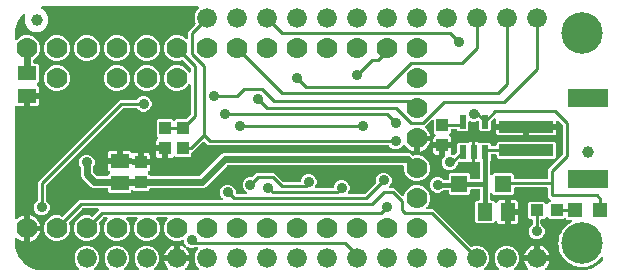
<source format=gbr>
G04 EAGLE Gerber RS-274X export*
G75*
%MOMM*%
%FSLAX34Y34*%
%LPD*%
%INTop Copper*%
%IPPOS*%
%AMOC8*
5,1,8,0,0,1.08239X$1,22.5*%
G01*
%ADD10R,1.500000X1.240000*%
%ADD11R,1.000000X1.100000*%
%ADD12C,1.000000*%
%ADD13C,3.516000*%
%ADD14R,1.400000X1.400000*%
%ADD15C,1.676400*%
%ADD16R,4.600000X1.000000*%
%ADD17R,3.400000X1.600000*%
%ADD18R,0.550000X1.200000*%
%ADD19R,1.200000X1.200000*%
%ADD20R,1.100000X1.000000*%
%ADD21R,1.240000X1.500000*%
%ADD22C,1.778000*%
%ADD23C,0.906400*%
%ADD24C,0.254000*%
%ADD25C,0.609600*%
%ADD26C,0.406400*%

G36*
X56004Y2558D02*
X56004Y2558D01*
X56143Y2571D01*
X56162Y2578D01*
X56182Y2581D01*
X56311Y2632D01*
X56442Y2679D01*
X56459Y2690D01*
X56478Y2698D01*
X56590Y2779D01*
X56705Y2857D01*
X56719Y2873D01*
X56735Y2884D01*
X56824Y2992D01*
X56916Y3096D01*
X56925Y3114D01*
X56938Y3129D01*
X56997Y3255D01*
X57060Y3379D01*
X57065Y3399D01*
X57073Y3417D01*
X57099Y3553D01*
X57130Y3689D01*
X57129Y3710D01*
X57133Y3729D01*
X57124Y3868D01*
X57120Y4007D01*
X57115Y4027D01*
X57113Y4047D01*
X57071Y4179D01*
X57032Y4313D01*
X57022Y4330D01*
X57015Y4349D01*
X56941Y4467D01*
X56870Y4587D01*
X56852Y4608D01*
X56845Y4618D01*
X56830Y4632D01*
X56764Y4707D01*
X54671Y6801D01*
X53085Y10628D01*
X53085Y14772D01*
X54671Y18599D01*
X57601Y21529D01*
X61428Y23115D01*
X65572Y23115D01*
X69399Y21529D01*
X72329Y18599D01*
X73915Y14772D01*
X73915Y10628D01*
X72329Y6801D01*
X70236Y4707D01*
X70151Y4598D01*
X70062Y4491D01*
X70054Y4472D01*
X70041Y4456D01*
X69986Y4328D01*
X69927Y4203D01*
X69923Y4183D01*
X69915Y4164D01*
X69893Y4026D01*
X69867Y3890D01*
X69868Y3870D01*
X69865Y3850D01*
X69878Y3711D01*
X69887Y3573D01*
X69893Y3554D01*
X69895Y3534D01*
X69942Y3402D01*
X69985Y3271D01*
X69996Y3253D01*
X70002Y3234D01*
X70080Y3119D01*
X70155Y3002D01*
X70170Y2988D01*
X70181Y2971D01*
X70285Y2879D01*
X70386Y2784D01*
X70404Y2774D01*
X70419Y2761D01*
X70544Y2697D01*
X70665Y2630D01*
X70685Y2625D01*
X70703Y2616D01*
X70838Y2586D01*
X70973Y2551D01*
X71001Y2549D01*
X71013Y2546D01*
X71033Y2547D01*
X71134Y2541D01*
X81266Y2541D01*
X81404Y2558D01*
X81543Y2571D01*
X81562Y2578D01*
X81582Y2581D01*
X81711Y2632D01*
X81842Y2679D01*
X81859Y2690D01*
X81878Y2698D01*
X81990Y2779D01*
X82105Y2857D01*
X82119Y2873D01*
X82135Y2884D01*
X82224Y2992D01*
X82316Y3096D01*
X82325Y3114D01*
X82338Y3129D01*
X82397Y3255D01*
X82460Y3379D01*
X82465Y3399D01*
X82473Y3417D01*
X82499Y3553D01*
X82530Y3689D01*
X82529Y3710D01*
X82533Y3729D01*
X82524Y3868D01*
X82520Y4007D01*
X82515Y4027D01*
X82513Y4047D01*
X82471Y4179D01*
X82432Y4313D01*
X82422Y4330D01*
X82415Y4349D01*
X82341Y4467D01*
X82270Y4587D01*
X82252Y4608D01*
X82245Y4618D01*
X82230Y4632D01*
X82164Y4707D01*
X80071Y6801D01*
X78485Y10628D01*
X78485Y14772D01*
X80071Y18599D01*
X83001Y21529D01*
X86828Y23115D01*
X90972Y23115D01*
X94799Y21529D01*
X97729Y18599D01*
X99315Y14772D01*
X99315Y10628D01*
X97729Y6801D01*
X95636Y4707D01*
X95551Y4598D01*
X95462Y4491D01*
X95454Y4472D01*
X95441Y4456D01*
X95386Y4328D01*
X95327Y4203D01*
X95323Y4183D01*
X95315Y4164D01*
X95293Y4026D01*
X95267Y3890D01*
X95268Y3870D01*
X95265Y3850D01*
X95278Y3711D01*
X95287Y3573D01*
X95293Y3554D01*
X95295Y3534D01*
X95342Y3402D01*
X95385Y3271D01*
X95396Y3253D01*
X95402Y3234D01*
X95480Y3119D01*
X95555Y3002D01*
X95570Y2988D01*
X95581Y2971D01*
X95685Y2879D01*
X95786Y2784D01*
X95804Y2774D01*
X95819Y2761D01*
X95944Y2697D01*
X96065Y2630D01*
X96085Y2625D01*
X96103Y2616D01*
X96238Y2586D01*
X96373Y2551D01*
X96401Y2549D01*
X96413Y2546D01*
X96433Y2547D01*
X96534Y2541D01*
X106666Y2541D01*
X106804Y2558D01*
X106943Y2571D01*
X106962Y2578D01*
X106982Y2581D01*
X107111Y2632D01*
X107242Y2679D01*
X107259Y2690D01*
X107278Y2698D01*
X107390Y2779D01*
X107505Y2857D01*
X107519Y2873D01*
X107535Y2884D01*
X107624Y2992D01*
X107716Y3096D01*
X107725Y3114D01*
X107738Y3129D01*
X107797Y3255D01*
X107860Y3379D01*
X107865Y3399D01*
X107873Y3417D01*
X107899Y3553D01*
X107930Y3689D01*
X107929Y3710D01*
X107933Y3729D01*
X107924Y3868D01*
X107920Y4007D01*
X107915Y4027D01*
X107913Y4047D01*
X107871Y4179D01*
X107832Y4313D01*
X107822Y4330D01*
X107815Y4349D01*
X107741Y4467D01*
X107670Y4587D01*
X107652Y4608D01*
X107645Y4618D01*
X107630Y4632D01*
X107564Y4707D01*
X105471Y6801D01*
X103885Y10628D01*
X103885Y14772D01*
X105471Y18599D01*
X108401Y21529D01*
X112228Y23115D01*
X116372Y23115D01*
X120199Y21529D01*
X123129Y18599D01*
X124715Y14772D01*
X124715Y10628D01*
X123129Y6801D01*
X121036Y4707D01*
X120951Y4598D01*
X120862Y4491D01*
X120854Y4472D01*
X120841Y4456D01*
X120786Y4328D01*
X120727Y4203D01*
X120723Y4183D01*
X120715Y4164D01*
X120693Y4026D01*
X120667Y3890D01*
X120668Y3870D01*
X120665Y3850D01*
X120678Y3711D01*
X120687Y3573D01*
X120693Y3554D01*
X120695Y3534D01*
X120742Y3402D01*
X120785Y3271D01*
X120796Y3253D01*
X120802Y3234D01*
X120880Y3119D01*
X120955Y3002D01*
X120970Y2988D01*
X120981Y2971D01*
X121085Y2879D01*
X121186Y2784D01*
X121204Y2774D01*
X121219Y2761D01*
X121344Y2697D01*
X121465Y2630D01*
X121485Y2625D01*
X121503Y2616D01*
X121638Y2586D01*
X121773Y2551D01*
X121801Y2549D01*
X121813Y2546D01*
X121833Y2547D01*
X121934Y2541D01*
X131348Y2541D01*
X131486Y2558D01*
X131624Y2571D01*
X131643Y2578D01*
X131664Y2581D01*
X131793Y2632D01*
X131924Y2679D01*
X131940Y2690D01*
X131959Y2698D01*
X132071Y2779D01*
X132187Y2857D01*
X132200Y2873D01*
X132217Y2884D01*
X132305Y2992D01*
X132397Y3096D01*
X132406Y3114D01*
X132419Y3129D01*
X132479Y3255D01*
X132542Y3379D01*
X132546Y3399D01*
X132555Y3417D01*
X132581Y3554D01*
X132611Y3689D01*
X132611Y3710D01*
X132615Y3729D01*
X132606Y3868D01*
X132602Y4007D01*
X132596Y4027D01*
X132595Y4047D01*
X132552Y4179D01*
X132513Y4313D01*
X132503Y4330D01*
X132497Y4349D01*
X132423Y4467D01*
X132352Y4587D01*
X132333Y4608D01*
X132327Y4618D01*
X132312Y4632D01*
X132245Y4707D01*
X131369Y5584D01*
X130358Y6975D01*
X129577Y8507D01*
X129046Y10142D01*
X129037Y10201D01*
X138470Y10201D01*
X138588Y10216D01*
X138707Y10223D01*
X138745Y10235D01*
X138785Y10241D01*
X138896Y10284D01*
X139009Y10321D01*
X139043Y10343D01*
X139081Y10358D01*
X139177Y10427D01*
X139278Y10491D01*
X139306Y10521D01*
X139338Y10544D01*
X139414Y10636D01*
X139496Y10723D01*
X139515Y10758D01*
X139541Y10789D01*
X139592Y10897D01*
X139649Y11001D01*
X139659Y11041D01*
X139677Y11077D01*
X139697Y11184D01*
X139701Y11154D01*
X139745Y11044D01*
X139781Y10931D01*
X139803Y10896D01*
X139818Y10859D01*
X139888Y10762D01*
X139951Y10662D01*
X139981Y10634D01*
X140005Y10601D01*
X140096Y10525D01*
X140183Y10444D01*
X140219Y10424D01*
X140250Y10399D01*
X140357Y10348D01*
X140462Y10290D01*
X140501Y10280D01*
X140537Y10263D01*
X140654Y10241D01*
X140770Y10211D01*
X140830Y10207D01*
X140850Y10203D01*
X140870Y10205D01*
X140930Y10201D01*
X150363Y10201D01*
X150354Y10142D01*
X149823Y8507D01*
X149042Y6975D01*
X148031Y5584D01*
X147155Y4707D01*
X147070Y4598D01*
X146981Y4491D01*
X146972Y4472D01*
X146960Y4456D01*
X146904Y4328D01*
X146845Y4203D01*
X146841Y4183D01*
X146833Y4164D01*
X146811Y4026D01*
X146785Y3890D01*
X146787Y3870D01*
X146783Y3850D01*
X146796Y3711D01*
X146805Y3573D01*
X146811Y3554D01*
X146813Y3534D01*
X146860Y3402D01*
X146903Y3271D01*
X146914Y3253D01*
X146921Y3234D01*
X146999Y3119D01*
X147073Y3002D01*
X147088Y2988D01*
X147099Y2971D01*
X147203Y2879D01*
X147305Y2784D01*
X147323Y2774D01*
X147338Y2761D01*
X147462Y2698D01*
X147583Y2630D01*
X147603Y2625D01*
X147621Y2616D01*
X147757Y2586D01*
X147891Y2551D01*
X147919Y2549D01*
X147931Y2546D01*
X147952Y2547D01*
X148052Y2541D01*
X157466Y2541D01*
X157604Y2558D01*
X157743Y2571D01*
X157762Y2578D01*
X157782Y2581D01*
X157911Y2632D01*
X158042Y2679D01*
X158059Y2690D01*
X158078Y2698D01*
X158190Y2779D01*
X158305Y2857D01*
X158319Y2873D01*
X158335Y2884D01*
X158424Y2992D01*
X158516Y3096D01*
X158525Y3114D01*
X158538Y3129D01*
X158597Y3255D01*
X158660Y3379D01*
X158665Y3399D01*
X158673Y3417D01*
X158699Y3553D01*
X158730Y3689D01*
X158729Y3710D01*
X158733Y3729D01*
X158724Y3868D01*
X158720Y4007D01*
X158715Y4027D01*
X158713Y4047D01*
X158671Y4179D01*
X158632Y4313D01*
X158622Y4330D01*
X158615Y4349D01*
X158541Y4467D01*
X158470Y4587D01*
X158452Y4608D01*
X158445Y4618D01*
X158430Y4632D01*
X158364Y4707D01*
X156271Y6801D01*
X154685Y10628D01*
X154685Y14772D01*
X156271Y18599D01*
X157602Y19931D01*
X157687Y20040D01*
X157776Y20147D01*
X157784Y20166D01*
X157797Y20182D01*
X157852Y20309D01*
X157911Y20435D01*
X157915Y20455D01*
X157923Y20474D01*
X157945Y20612D01*
X157971Y20748D01*
X157970Y20768D01*
X157973Y20788D01*
X157960Y20927D01*
X157951Y21065D01*
X157945Y21084D01*
X157943Y21104D01*
X157896Y21236D01*
X157853Y21367D01*
X157842Y21385D01*
X157836Y21404D01*
X157758Y21519D01*
X157683Y21636D01*
X157668Y21650D01*
X157657Y21667D01*
X157553Y21759D01*
X157452Y21854D01*
X157434Y21864D01*
X157419Y21877D01*
X157294Y21941D01*
X157173Y22008D01*
X157153Y22013D01*
X157135Y22022D01*
X157000Y22052D01*
X156865Y22087D01*
X156837Y22089D01*
X156825Y22092D01*
X156805Y22091D01*
X156704Y22097D01*
X155701Y22097D01*
X155692Y22096D01*
X155683Y22097D01*
X155534Y22076D01*
X155386Y22057D01*
X155377Y22054D01*
X155368Y22053D01*
X155216Y22001D01*
X153706Y21375D01*
X151094Y21375D01*
X149098Y22202D01*
X149031Y22220D01*
X148967Y22248D01*
X148878Y22262D01*
X148792Y22286D01*
X148722Y22287D01*
X148653Y22298D01*
X148564Y22289D01*
X148474Y22291D01*
X148406Y22275D01*
X148336Y22268D01*
X148252Y22238D01*
X148164Y22217D01*
X148103Y22184D01*
X148037Y22160D01*
X147963Y22110D01*
X147883Y22068D01*
X147832Y22021D01*
X147774Y21982D01*
X147714Y21915D01*
X147648Y21854D01*
X147610Y21796D01*
X147563Y21743D01*
X147523Y21663D01*
X147473Y21588D01*
X147451Y21522D01*
X147419Y21460D01*
X147399Y21373D01*
X147370Y21288D01*
X147365Y21218D01*
X147349Y21150D01*
X147352Y21060D01*
X147345Y20971D01*
X147357Y20902D01*
X147359Y20832D01*
X147384Y20746D01*
X147399Y20657D01*
X147428Y20594D01*
X147447Y20527D01*
X147493Y20449D01*
X147530Y20367D01*
X147573Y20313D01*
X147609Y20253D01*
X147715Y20132D01*
X148031Y19816D01*
X149042Y18425D01*
X149823Y16893D01*
X150354Y15258D01*
X150363Y15199D01*
X142199Y15199D01*
X142199Y23363D01*
X142258Y23354D01*
X143893Y22823D01*
X145425Y22042D01*
X145503Y21985D01*
X145556Y21956D01*
X145603Y21919D01*
X145695Y21880D01*
X145782Y21832D01*
X145840Y21817D01*
X145895Y21793D01*
X145993Y21777D01*
X146090Y21752D01*
X146150Y21752D01*
X146209Y21743D01*
X146308Y21752D01*
X146408Y21752D01*
X146466Y21767D01*
X146526Y21773D01*
X146620Y21807D01*
X146716Y21831D01*
X146768Y21860D01*
X146825Y21880D01*
X146908Y21936D01*
X146995Y21984D01*
X147038Y22025D01*
X147088Y22059D01*
X147154Y22134D01*
X147227Y22202D01*
X147259Y22252D01*
X147299Y22297D01*
X147344Y22386D01*
X147397Y22470D01*
X147416Y22527D01*
X147443Y22581D01*
X147465Y22678D01*
X147496Y22773D01*
X147500Y22832D01*
X147513Y22891D01*
X147510Y22990D01*
X147516Y23090D01*
X147505Y23149D01*
X147503Y23209D01*
X147476Y23305D01*
X147457Y23402D01*
X147432Y23457D01*
X147415Y23514D01*
X147364Y23600D01*
X147322Y23690D01*
X147284Y23737D01*
X147253Y23788D01*
X147147Y23909D01*
X146835Y24221D01*
X145835Y26634D01*
X145835Y26919D01*
X145829Y26968D01*
X145831Y27018D01*
X145809Y27125D01*
X145795Y27235D01*
X145777Y27281D01*
X145767Y27329D01*
X145719Y27428D01*
X145678Y27530D01*
X145649Y27570D01*
X145627Y27615D01*
X145556Y27699D01*
X145492Y27788D01*
X145453Y27819D01*
X145421Y27857D01*
X145331Y27920D01*
X145247Y27990D01*
X145202Y28012D01*
X145161Y28040D01*
X145058Y28079D01*
X144959Y28126D01*
X144910Y28135D01*
X144864Y28153D01*
X144754Y28165D01*
X144647Y28186D01*
X144597Y28183D01*
X144548Y28188D01*
X144439Y28173D01*
X144329Y28166D01*
X144282Y28151D01*
X144233Y28144D01*
X144080Y28092D01*
X141873Y27177D01*
X137527Y27177D01*
X133513Y28840D01*
X130440Y31913D01*
X128777Y35927D01*
X128777Y40273D01*
X130440Y44287D01*
X131483Y45331D01*
X131568Y45440D01*
X131657Y45547D01*
X131666Y45566D01*
X131678Y45582D01*
X131734Y45709D01*
X131793Y45835D01*
X131797Y45855D01*
X131805Y45874D01*
X131827Y46012D01*
X131853Y46148D01*
X131851Y46168D01*
X131855Y46188D01*
X131842Y46327D01*
X131833Y46465D01*
X131827Y46484D01*
X131825Y46504D01*
X131778Y46636D01*
X131735Y46767D01*
X131724Y46785D01*
X131717Y46804D01*
X131639Y46919D01*
X131565Y47036D01*
X131550Y47050D01*
X131539Y47067D01*
X131435Y47159D01*
X131333Y47254D01*
X131315Y47264D01*
X131300Y47277D01*
X131176Y47340D01*
X131055Y47408D01*
X131035Y47413D01*
X131017Y47422D01*
X130881Y47452D01*
X130747Y47487D01*
X130719Y47489D01*
X130707Y47492D01*
X130686Y47491D01*
X130586Y47497D01*
X123414Y47497D01*
X123276Y47480D01*
X123138Y47467D01*
X123119Y47460D01*
X123098Y47457D01*
X122969Y47406D01*
X122838Y47359D01*
X122822Y47348D01*
X122803Y47340D01*
X122691Y47259D01*
X122575Y47181D01*
X122562Y47165D01*
X122545Y47154D01*
X122457Y47046D01*
X122365Y46942D01*
X122356Y46924D01*
X122343Y46909D01*
X122283Y46783D01*
X122220Y46659D01*
X122216Y46639D01*
X122207Y46621D01*
X122181Y46484D01*
X122151Y46349D01*
X122151Y46328D01*
X122147Y46309D01*
X122156Y46170D01*
X122160Y46031D01*
X122166Y46011D01*
X122167Y45991D01*
X122210Y45859D01*
X122249Y45725D01*
X122259Y45708D01*
X122265Y45689D01*
X122340Y45571D01*
X122410Y45451D01*
X122429Y45430D01*
X122435Y45420D01*
X122450Y45406D01*
X122517Y45331D01*
X123560Y44287D01*
X125223Y40273D01*
X125223Y35927D01*
X123560Y31913D01*
X120487Y28840D01*
X116473Y27177D01*
X112127Y27177D01*
X108113Y28840D01*
X105040Y31913D01*
X103377Y35927D01*
X103377Y40273D01*
X105040Y44287D01*
X106083Y45331D01*
X106168Y45440D01*
X106257Y45547D01*
X106266Y45566D01*
X106278Y45582D01*
X106334Y45709D01*
X106393Y45835D01*
X106397Y45855D01*
X106405Y45874D01*
X106427Y46012D01*
X106453Y46148D01*
X106451Y46168D01*
X106455Y46188D01*
X106442Y46327D01*
X106433Y46465D01*
X106427Y46484D01*
X106425Y46504D01*
X106378Y46636D01*
X106335Y46767D01*
X106324Y46785D01*
X106317Y46804D01*
X106239Y46919D01*
X106165Y47036D01*
X106150Y47050D01*
X106139Y47067D01*
X106035Y47159D01*
X105933Y47254D01*
X105915Y47264D01*
X105900Y47277D01*
X105776Y47340D01*
X105655Y47408D01*
X105635Y47413D01*
X105617Y47422D01*
X105481Y47452D01*
X105347Y47487D01*
X105319Y47489D01*
X105307Y47492D01*
X105286Y47491D01*
X105186Y47497D01*
X98014Y47497D01*
X97876Y47480D01*
X97738Y47467D01*
X97719Y47460D01*
X97698Y47457D01*
X97569Y47406D01*
X97438Y47359D01*
X97422Y47348D01*
X97403Y47340D01*
X97291Y47259D01*
X97175Y47181D01*
X97162Y47165D01*
X97145Y47154D01*
X97057Y47046D01*
X96965Y46942D01*
X96956Y46924D01*
X96943Y46909D01*
X96883Y46783D01*
X96820Y46659D01*
X96816Y46639D01*
X96807Y46621D01*
X96781Y46484D01*
X96751Y46349D01*
X96751Y46328D01*
X96747Y46309D01*
X96756Y46170D01*
X96760Y46031D01*
X96766Y46011D01*
X96767Y45991D01*
X96810Y45859D01*
X96849Y45725D01*
X96859Y45708D01*
X96865Y45689D01*
X96940Y45571D01*
X97010Y45451D01*
X97029Y45430D01*
X97035Y45420D01*
X97050Y45406D01*
X97117Y45331D01*
X98160Y44287D01*
X99823Y40273D01*
X99823Y35927D01*
X98160Y31913D01*
X95087Y28840D01*
X91073Y27177D01*
X86727Y27177D01*
X82713Y28840D01*
X79640Y31913D01*
X77977Y35927D01*
X77977Y40273D01*
X79640Y44287D01*
X80683Y45331D01*
X80768Y45440D01*
X80857Y45547D01*
X80866Y45566D01*
X80878Y45582D01*
X80934Y45709D01*
X80993Y45835D01*
X80997Y45855D01*
X81005Y45874D01*
X81027Y46012D01*
X81053Y46148D01*
X81051Y46168D01*
X81055Y46188D01*
X81042Y46327D01*
X81033Y46465D01*
X81027Y46484D01*
X81025Y46504D01*
X80978Y46636D01*
X80935Y46767D01*
X80924Y46785D01*
X80917Y46804D01*
X80839Y46919D01*
X80765Y47036D01*
X80750Y47050D01*
X80739Y47067D01*
X80635Y47159D01*
X80533Y47254D01*
X80515Y47264D01*
X80500Y47277D01*
X80376Y47340D01*
X80255Y47408D01*
X80235Y47413D01*
X80217Y47422D01*
X80081Y47452D01*
X79947Y47487D01*
X79919Y47489D01*
X79907Y47492D01*
X79886Y47491D01*
X79786Y47497D01*
X78094Y47497D01*
X77996Y47485D01*
X77897Y47482D01*
X77838Y47465D01*
X77778Y47457D01*
X77686Y47421D01*
X77591Y47393D01*
X77539Y47363D01*
X77483Y47340D01*
X77403Y47282D01*
X77317Y47232D01*
X77242Y47166D01*
X77225Y47154D01*
X77217Y47144D01*
X77196Y47126D01*
X73828Y43757D01*
X73809Y43733D01*
X73787Y43714D01*
X73712Y43608D01*
X73633Y43506D01*
X73621Y43478D01*
X73604Y43454D01*
X73558Y43333D01*
X73506Y43214D01*
X73502Y43185D01*
X73491Y43157D01*
X73477Y43028D01*
X73456Y42900D01*
X73459Y42870D01*
X73456Y42841D01*
X73474Y42712D01*
X73486Y42583D01*
X73496Y42555D01*
X73500Y42526D01*
X73552Y42374D01*
X74423Y40273D01*
X74423Y35927D01*
X72760Y31913D01*
X69687Y28840D01*
X65673Y27177D01*
X61327Y27177D01*
X57313Y28840D01*
X54240Y31913D01*
X52577Y35927D01*
X52577Y40273D01*
X54240Y44287D01*
X57313Y47360D01*
X61327Y49023D01*
X65673Y49023D01*
X67774Y48152D01*
X67802Y48145D01*
X67828Y48131D01*
X67955Y48103D01*
X68080Y48069D01*
X68110Y48068D01*
X68139Y48062D01*
X68268Y48066D01*
X68398Y48063D01*
X68427Y48070D01*
X68457Y48071D01*
X68581Y48107D01*
X68708Y48138D01*
X68734Y48151D01*
X68762Y48160D01*
X68874Y48226D01*
X68989Y48286D01*
X69011Y48306D01*
X69036Y48321D01*
X69157Y48428D01*
X72526Y51796D01*
X73680Y52951D01*
X73765Y53060D01*
X73854Y53167D01*
X73862Y53186D01*
X73875Y53202D01*
X73930Y53329D01*
X73989Y53455D01*
X73993Y53475D01*
X74001Y53494D01*
X74023Y53632D01*
X74049Y53768D01*
X74048Y53788D01*
X74051Y53808D01*
X74038Y53947D01*
X74029Y54085D01*
X74023Y54104D01*
X74021Y54124D01*
X73974Y54256D01*
X73931Y54387D01*
X73920Y54405D01*
X73913Y54424D01*
X73835Y54539D01*
X73761Y54656D01*
X73746Y54670D01*
X73735Y54687D01*
X73631Y54779D01*
X73529Y54874D01*
X73512Y54884D01*
X73496Y54897D01*
X73373Y54960D01*
X73251Y55028D01*
X73231Y55033D01*
X73213Y55042D01*
X73077Y55072D01*
X72943Y55107D01*
X72915Y55109D01*
X72903Y55112D01*
X72882Y55111D01*
X72782Y55117D01*
X60314Y55117D01*
X60216Y55105D01*
X60117Y55102D01*
X60058Y55085D01*
X59998Y55077D01*
X59906Y55041D01*
X59811Y55013D01*
X59759Y54983D01*
X59703Y54960D01*
X59623Y54902D01*
X59537Y54852D01*
X59462Y54786D01*
X59445Y54774D01*
X59437Y54764D01*
X59416Y54746D01*
X48428Y43757D01*
X48409Y43733D01*
X48387Y43714D01*
X48312Y43608D01*
X48233Y43506D01*
X48221Y43478D01*
X48204Y43454D01*
X48158Y43333D01*
X48106Y43214D01*
X48102Y43185D01*
X48091Y43157D01*
X48077Y43028D01*
X48056Y42900D01*
X48059Y42870D01*
X48056Y42841D01*
X48074Y42712D01*
X48086Y42583D01*
X48096Y42555D01*
X48100Y42526D01*
X48152Y42374D01*
X49023Y40273D01*
X49023Y35927D01*
X47360Y31913D01*
X44287Y28840D01*
X40273Y27177D01*
X35927Y27177D01*
X31913Y28840D01*
X28840Y31913D01*
X27177Y35927D01*
X27177Y40273D01*
X28840Y44287D01*
X31913Y47360D01*
X35927Y49023D01*
X40273Y49023D01*
X42374Y48152D01*
X42402Y48145D01*
X42428Y48131D01*
X42555Y48103D01*
X42680Y48069D01*
X42710Y48068D01*
X42739Y48062D01*
X42868Y48066D01*
X42998Y48063D01*
X43027Y48070D01*
X43057Y48071D01*
X43181Y48107D01*
X43308Y48138D01*
X43334Y48151D01*
X43362Y48160D01*
X43474Y48226D01*
X43589Y48286D01*
X43611Y48306D01*
X43636Y48321D01*
X43757Y48428D01*
X54746Y59416D01*
X57052Y61723D01*
X177389Y61723D01*
X177527Y61740D01*
X177665Y61753D01*
X177684Y61760D01*
X177705Y61763D01*
X177834Y61814D01*
X177965Y61861D01*
X177982Y61872D01*
X178000Y61880D01*
X178113Y61961D01*
X178228Y62039D01*
X178241Y62055D01*
X178258Y62066D01*
X178346Y62174D01*
X178438Y62278D01*
X178448Y62296D01*
X178460Y62311D01*
X178520Y62437D01*
X178583Y62561D01*
X178587Y62581D01*
X178596Y62599D01*
X178622Y62736D01*
X178653Y62871D01*
X178652Y62892D01*
X178656Y62911D01*
X178647Y63050D01*
X178643Y63189D01*
X178637Y63209D01*
X178636Y63229D01*
X178593Y63361D01*
X178555Y63495D01*
X178544Y63512D01*
X178538Y63531D01*
X178464Y63649D01*
X178393Y63769D01*
X178374Y63790D01*
X178368Y63800D01*
X178353Y63814D01*
X178287Y63889D01*
X177315Y64861D01*
X176315Y67274D01*
X176315Y69886D01*
X177315Y72299D01*
X179161Y74145D01*
X181574Y75145D01*
X184186Y75145D01*
X186599Y74145D01*
X188445Y72299D01*
X189445Y69886D01*
X189445Y68072D01*
X189460Y67954D01*
X189467Y67835D01*
X189480Y67797D01*
X189485Y67756D01*
X189528Y67646D01*
X189565Y67533D01*
X189587Y67498D01*
X189602Y67461D01*
X189671Y67365D01*
X189735Y67264D01*
X189765Y67236D01*
X189788Y67203D01*
X189880Y67127D01*
X189967Y67046D01*
X190002Y67026D01*
X190033Y67001D01*
X190141Y66950D01*
X190245Y66892D01*
X190285Y66882D01*
X190321Y66865D01*
X190438Y66843D01*
X190553Y66813D01*
X190613Y66809D01*
X190633Y66805D01*
X190654Y66807D01*
X190714Y66803D01*
X198016Y66803D01*
X198085Y66811D01*
X198155Y66810D01*
X198242Y66831D01*
X198331Y66843D01*
X198396Y66868D01*
X198464Y66885D01*
X198543Y66927D01*
X198627Y66960D01*
X198683Y67001D01*
X198745Y67033D01*
X198812Y67094D01*
X198884Y67146D01*
X198929Y67200D01*
X198980Y67247D01*
X199030Y67322D01*
X199087Y67391D01*
X199117Y67455D01*
X199155Y67513D01*
X199184Y67598D01*
X199222Y67679D01*
X199236Y67748D01*
X199258Y67814D01*
X199265Y67903D01*
X199282Y67991D01*
X199278Y68061D01*
X199283Y68131D01*
X199268Y68219D01*
X199263Y68309D01*
X199241Y68375D01*
X199229Y68444D01*
X199192Y68526D01*
X199164Y68611D01*
X199127Y68670D01*
X199098Y68734D01*
X199042Y68804D01*
X198994Y68880D01*
X198943Y68928D01*
X198900Y68982D01*
X198828Y69037D01*
X198763Y69098D01*
X198702Y69132D01*
X198646Y69174D01*
X198501Y69245D01*
X198211Y69365D01*
X196365Y71211D01*
X195365Y73624D01*
X195365Y76236D01*
X196365Y78649D01*
X198211Y80495D01*
X200624Y81495D01*
X203298Y81495D01*
X203396Y81507D01*
X203495Y81510D01*
X203554Y81527D01*
X203614Y81535D01*
X203706Y81571D01*
X203801Y81599D01*
X203853Y81629D01*
X203909Y81652D01*
X203989Y81710D01*
X204075Y81760D01*
X204150Y81826D01*
X204167Y81838D01*
X204175Y81848D01*
X204196Y81866D01*
X206912Y84583D01*
X222348Y84583D01*
X229596Y77334D01*
X229675Y77274D01*
X229747Y77206D01*
X229800Y77177D01*
X229848Y77140D01*
X229939Y77100D01*
X230025Y77052D01*
X230084Y77037D01*
X230139Y77013D01*
X230237Y76998D01*
X230333Y76973D01*
X230433Y76967D01*
X230454Y76963D01*
X230466Y76965D01*
X230494Y76963D01*
X243626Y76963D01*
X243744Y76978D01*
X243863Y76985D01*
X243901Y76998D01*
X243942Y77003D01*
X244052Y77046D01*
X244165Y77083D01*
X244200Y77105D01*
X244237Y77120D01*
X244333Y77189D01*
X244434Y77253D01*
X244462Y77283D01*
X244495Y77306D01*
X244571Y77398D01*
X244652Y77485D01*
X244672Y77520D01*
X244697Y77551D01*
X244748Y77659D01*
X244806Y77763D01*
X244816Y77803D01*
X244833Y77839D01*
X244855Y77956D01*
X244885Y78071D01*
X244889Y78131D01*
X244893Y78151D01*
X244891Y78172D01*
X244895Y78232D01*
X244895Y78776D01*
X245895Y81189D01*
X247741Y83035D01*
X250154Y84035D01*
X252766Y84035D01*
X255179Y83035D01*
X257025Y81189D01*
X258025Y78776D01*
X258025Y76164D01*
X256978Y73638D01*
X256965Y73590D01*
X256944Y73545D01*
X256923Y73437D01*
X256894Y73331D01*
X256894Y73281D01*
X256884Y73232D01*
X256891Y73123D01*
X256889Y73013D01*
X256901Y72965D01*
X256904Y72915D01*
X256938Y72811D01*
X256963Y72704D01*
X256987Y72660D01*
X257002Y72613D01*
X257061Y72520D01*
X257112Y72423D01*
X257145Y72386D01*
X257172Y72344D01*
X257252Y72269D01*
X257326Y72187D01*
X257368Y72160D01*
X257404Y72126D01*
X257500Y72073D01*
X257592Y72013D01*
X257639Y71996D01*
X257682Y71972D01*
X257789Y71945D01*
X257893Y71909D01*
X257942Y71905D01*
X257990Y71893D01*
X258151Y71883D01*
X271566Y71883D01*
X271684Y71898D01*
X271803Y71905D01*
X271841Y71918D01*
X271882Y71923D01*
X271992Y71966D01*
X272105Y72003D01*
X272140Y72025D01*
X272177Y72040D01*
X272273Y72109D01*
X272374Y72173D01*
X272402Y72203D01*
X272435Y72226D01*
X272511Y72318D01*
X272592Y72405D01*
X272612Y72440D01*
X272637Y72471D01*
X272688Y72579D01*
X272746Y72683D01*
X272756Y72723D01*
X272773Y72759D01*
X272795Y72876D01*
X272825Y72991D01*
X272829Y73051D01*
X272833Y73071D01*
X272831Y73092D01*
X272835Y73152D01*
X272835Y73696D01*
X273835Y76109D01*
X275681Y77955D01*
X278094Y78955D01*
X280706Y78955D01*
X283119Y77955D01*
X284965Y76109D01*
X285965Y73696D01*
X285965Y71084D01*
X284918Y68558D01*
X284905Y68510D01*
X284884Y68465D01*
X284863Y68357D01*
X284834Y68251D01*
X284834Y68201D01*
X284824Y68152D01*
X284831Y68043D01*
X284829Y67933D01*
X284841Y67885D01*
X284844Y67835D01*
X284878Y67731D01*
X284903Y67624D01*
X284927Y67580D01*
X284942Y67533D01*
X285001Y67440D01*
X285052Y67343D01*
X285085Y67306D01*
X285112Y67264D01*
X285192Y67189D01*
X285266Y67107D01*
X285308Y67080D01*
X285344Y67046D01*
X285440Y66993D01*
X285532Y66933D01*
X285579Y66916D01*
X285622Y66892D01*
X285729Y66865D01*
X285833Y66829D01*
X285882Y66825D01*
X285930Y66813D01*
X286091Y66803D01*
X297826Y66803D01*
X297924Y66815D01*
X298023Y66818D01*
X298082Y66835D01*
X298142Y66843D01*
X298234Y66879D01*
X298329Y66907D01*
X298381Y66937D01*
X298437Y66960D01*
X298517Y67018D01*
X298603Y67068D01*
X298678Y67134D01*
X298695Y67146D01*
X298703Y67156D01*
X298724Y67174D01*
X308024Y76474D01*
X308084Y76553D01*
X308152Y76625D01*
X308181Y76678D01*
X308218Y76726D01*
X308258Y76817D01*
X308306Y76903D01*
X308321Y76962D01*
X308345Y77017D01*
X308360Y77115D01*
X308385Y77211D01*
X308391Y77311D01*
X308395Y77332D01*
X308393Y77344D01*
X308395Y77372D01*
X308395Y80046D01*
X309395Y82459D01*
X311241Y84305D01*
X313654Y85305D01*
X316266Y85305D01*
X318679Y84305D01*
X320525Y82459D01*
X321525Y80046D01*
X321525Y77434D01*
X320525Y75021D01*
X319553Y74049D01*
X319469Y73940D01*
X319380Y73833D01*
X319371Y73814D01*
X319358Y73798D01*
X319303Y73671D01*
X319244Y73545D01*
X319240Y73525D01*
X319232Y73506D01*
X319210Y73368D01*
X319184Y73232D01*
X319185Y73212D01*
X319182Y73192D01*
X319195Y73053D01*
X319204Y72915D01*
X319210Y72896D01*
X319212Y72876D01*
X319259Y72744D01*
X319302Y72613D01*
X319313Y72595D01*
X319320Y72576D01*
X319398Y72461D01*
X319472Y72344D01*
X319487Y72330D01*
X319498Y72313D01*
X319602Y72221D01*
X319704Y72126D01*
X319722Y72116D01*
X319737Y72103D01*
X319860Y72040D01*
X319982Y71972D01*
X320002Y71967D01*
X320020Y71958D01*
X320156Y71928D01*
X320290Y71893D01*
X320318Y71891D01*
X320330Y71888D01*
X320351Y71889D01*
X320451Y71883D01*
X323948Y71883D01*
X330101Y65730D01*
X330141Y65699D01*
X330174Y65662D01*
X330266Y65602D01*
X330353Y65535D01*
X330398Y65515D01*
X330440Y65488D01*
X330544Y65452D01*
X330644Y65408D01*
X330693Y65400D01*
X330740Y65384D01*
X330850Y65376D01*
X330958Y65358D01*
X331008Y65363D01*
X331057Y65359D01*
X331166Y65378D01*
X331275Y65388D01*
X331322Y65405D01*
X331371Y65414D01*
X331471Y65459D01*
X331574Y65496D01*
X331616Y65524D01*
X331661Y65544D01*
X331747Y65613D01*
X331838Y65674D01*
X331870Y65712D01*
X331909Y65743D01*
X331975Y65831D01*
X332048Y65913D01*
X332071Y65957D01*
X332100Y65997D01*
X332171Y66141D01*
X333640Y69687D01*
X336713Y72760D01*
X340727Y74423D01*
X345073Y74423D01*
X349087Y72760D01*
X352160Y69687D01*
X353823Y65673D01*
X353823Y61327D01*
X352160Y57313D01*
X351117Y56269D01*
X351032Y56160D01*
X350943Y56053D01*
X350934Y56034D01*
X350922Y56018D01*
X350866Y55891D01*
X350807Y55765D01*
X350803Y55745D01*
X350795Y55726D01*
X350773Y55588D01*
X350747Y55452D01*
X350749Y55432D01*
X350745Y55412D01*
X350758Y55273D01*
X350767Y55135D01*
X350773Y55116D01*
X350775Y55096D01*
X350822Y54964D01*
X350865Y54833D01*
X350876Y54815D01*
X350883Y54796D01*
X350961Y54681D01*
X351035Y54564D01*
X351050Y54550D01*
X351061Y54533D01*
X351165Y54441D01*
X351267Y54346D01*
X351285Y54336D01*
X351300Y54323D01*
X351424Y54260D01*
X351545Y54192D01*
X351565Y54187D01*
X351583Y54178D01*
X351719Y54148D01*
X351853Y54113D01*
X351881Y54111D01*
X351893Y54108D01*
X351914Y54109D01*
X352014Y54103D01*
X356968Y54103D01*
X359274Y51796D01*
X388432Y22639D01*
X388455Y22621D01*
X388474Y22598D01*
X388580Y22524D01*
X388683Y22444D01*
X388710Y22432D01*
X388734Y22415D01*
X388856Y22369D01*
X388975Y22318D01*
X389004Y22313D01*
X389032Y22302D01*
X389161Y22288D01*
X389289Y22268D01*
X389319Y22270D01*
X389348Y22267D01*
X389476Y22285D01*
X389606Y22297D01*
X389634Y22307D01*
X389663Y22312D01*
X389815Y22364D01*
X391628Y23115D01*
X395772Y23115D01*
X399599Y21529D01*
X402529Y18599D01*
X404115Y14772D01*
X404115Y10628D01*
X402529Y6801D01*
X400436Y4707D01*
X400351Y4598D01*
X400262Y4491D01*
X400254Y4472D01*
X400241Y4456D01*
X400186Y4328D01*
X400127Y4203D01*
X400123Y4183D01*
X400115Y4164D01*
X400093Y4026D01*
X400067Y3890D01*
X400068Y3870D01*
X400065Y3850D01*
X400078Y3711D01*
X400087Y3573D01*
X400093Y3554D01*
X400095Y3534D01*
X400142Y3402D01*
X400185Y3271D01*
X400196Y3253D01*
X400202Y3234D01*
X400280Y3119D01*
X400355Y3002D01*
X400370Y2988D01*
X400381Y2971D01*
X400485Y2879D01*
X400586Y2784D01*
X400604Y2774D01*
X400619Y2761D01*
X400744Y2697D01*
X400865Y2630D01*
X400885Y2625D01*
X400903Y2616D01*
X401038Y2586D01*
X401173Y2551D01*
X401201Y2549D01*
X401213Y2546D01*
X401233Y2547D01*
X401334Y2541D01*
X411466Y2541D01*
X411604Y2558D01*
X411743Y2571D01*
X411762Y2578D01*
X411782Y2581D01*
X411911Y2632D01*
X412042Y2679D01*
X412059Y2690D01*
X412078Y2698D01*
X412190Y2779D01*
X412305Y2857D01*
X412319Y2873D01*
X412335Y2884D01*
X412424Y2992D01*
X412516Y3096D01*
X412525Y3114D01*
X412538Y3129D01*
X412597Y3255D01*
X412660Y3379D01*
X412665Y3399D01*
X412673Y3417D01*
X412699Y3553D01*
X412730Y3689D01*
X412729Y3710D01*
X412733Y3729D01*
X412724Y3868D01*
X412720Y4007D01*
X412715Y4027D01*
X412713Y4047D01*
X412671Y4179D01*
X412632Y4313D01*
X412622Y4330D01*
X412615Y4349D01*
X412541Y4467D01*
X412470Y4587D01*
X412452Y4608D01*
X412445Y4618D01*
X412430Y4632D01*
X412364Y4707D01*
X410271Y6801D01*
X408685Y10628D01*
X408685Y14772D01*
X410271Y18599D01*
X413201Y21529D01*
X417028Y23115D01*
X421172Y23115D01*
X424999Y21529D01*
X427929Y18599D01*
X429515Y14772D01*
X429515Y10628D01*
X427929Y6801D01*
X425836Y4707D01*
X425751Y4598D01*
X425662Y4491D01*
X425654Y4472D01*
X425641Y4456D01*
X425586Y4328D01*
X425527Y4203D01*
X425523Y4183D01*
X425515Y4164D01*
X425493Y4026D01*
X425467Y3890D01*
X425468Y3870D01*
X425465Y3850D01*
X425478Y3711D01*
X425487Y3573D01*
X425493Y3554D01*
X425495Y3534D01*
X425542Y3402D01*
X425585Y3271D01*
X425596Y3253D01*
X425602Y3234D01*
X425680Y3119D01*
X425755Y3002D01*
X425770Y2988D01*
X425781Y2971D01*
X425885Y2879D01*
X425986Y2784D01*
X426004Y2774D01*
X426019Y2761D01*
X426144Y2697D01*
X426265Y2630D01*
X426285Y2625D01*
X426303Y2616D01*
X426438Y2586D01*
X426573Y2551D01*
X426601Y2549D01*
X426613Y2546D01*
X426633Y2547D01*
X426734Y2541D01*
X436148Y2541D01*
X436286Y2558D01*
X436424Y2571D01*
X436443Y2578D01*
X436464Y2581D01*
X436593Y2632D01*
X436724Y2679D01*
X436740Y2690D01*
X436759Y2698D01*
X436871Y2779D01*
X436987Y2857D01*
X437000Y2873D01*
X437017Y2884D01*
X437105Y2992D01*
X437197Y3096D01*
X437206Y3114D01*
X437219Y3129D01*
X437279Y3255D01*
X437342Y3379D01*
X437346Y3399D01*
X437355Y3417D01*
X437381Y3554D01*
X437411Y3689D01*
X437411Y3710D01*
X437415Y3729D01*
X437406Y3868D01*
X437402Y4007D01*
X437396Y4027D01*
X437395Y4047D01*
X437352Y4179D01*
X437313Y4313D01*
X437303Y4330D01*
X437297Y4349D01*
X437223Y4467D01*
X437152Y4587D01*
X437133Y4608D01*
X437127Y4618D01*
X437112Y4632D01*
X437045Y4707D01*
X436169Y5584D01*
X435158Y6975D01*
X434377Y8507D01*
X433846Y10142D01*
X433837Y10201D01*
X443270Y10201D01*
X443388Y10216D01*
X443507Y10223D01*
X443545Y10235D01*
X443585Y10241D01*
X443696Y10284D01*
X443809Y10321D01*
X443843Y10343D01*
X443881Y10358D01*
X443977Y10427D01*
X444078Y10491D01*
X444106Y10521D01*
X444138Y10544D01*
X444214Y10636D01*
X444296Y10723D01*
X444315Y10758D01*
X444341Y10789D01*
X444392Y10897D01*
X444449Y11001D01*
X444459Y11041D01*
X444477Y11077D01*
X444497Y11184D01*
X444501Y11154D01*
X444545Y11044D01*
X444581Y10931D01*
X444603Y10896D01*
X444618Y10859D01*
X444688Y10762D01*
X444751Y10662D01*
X444781Y10634D01*
X444805Y10601D01*
X444896Y10525D01*
X444983Y10444D01*
X445019Y10424D01*
X445050Y10399D01*
X445157Y10348D01*
X445262Y10290D01*
X445301Y10280D01*
X445337Y10263D01*
X445454Y10241D01*
X445570Y10211D01*
X445630Y10207D01*
X445650Y10203D01*
X445670Y10205D01*
X445730Y10201D01*
X455163Y10201D01*
X455154Y10142D01*
X454623Y8507D01*
X453842Y6975D01*
X452831Y5584D01*
X451955Y4707D01*
X451870Y4598D01*
X451781Y4491D01*
X451772Y4472D01*
X451760Y4456D01*
X451704Y4328D01*
X451645Y4203D01*
X451641Y4183D01*
X451633Y4164D01*
X451611Y4026D01*
X451585Y3890D01*
X451587Y3870D01*
X451583Y3850D01*
X451596Y3711D01*
X451605Y3573D01*
X451611Y3554D01*
X451613Y3534D01*
X451660Y3402D01*
X451703Y3271D01*
X451714Y3253D01*
X451721Y3234D01*
X451799Y3119D01*
X451873Y3002D01*
X451888Y2988D01*
X451899Y2971D01*
X452003Y2879D01*
X452105Y2784D01*
X452123Y2774D01*
X452138Y2761D01*
X452262Y2698D01*
X452383Y2630D01*
X452403Y2625D01*
X452421Y2616D01*
X452557Y2586D01*
X452691Y2551D01*
X452719Y2549D01*
X452731Y2546D01*
X452752Y2547D01*
X452852Y2541D01*
X482600Y2541D01*
X482622Y2543D01*
X482700Y2545D01*
X486077Y2810D01*
X486145Y2824D01*
X486214Y2829D01*
X486370Y2869D01*
X492794Y4956D01*
X492901Y5006D01*
X493012Y5050D01*
X493063Y5083D01*
X493082Y5091D01*
X493097Y5104D01*
X493148Y5136D01*
X498612Y9107D01*
X498699Y9188D01*
X498746Y9227D01*
X498752Y9231D01*
X498753Y9232D01*
X498791Y9264D01*
X498829Y9310D01*
X498844Y9324D01*
X498855Y9342D01*
X498893Y9388D01*
X500586Y11717D01*
X500599Y11741D01*
X500616Y11761D01*
X500675Y11880D01*
X500739Y11996D01*
X500746Y12022D01*
X500758Y12046D01*
X500785Y12175D01*
X500818Y12304D01*
X500818Y12331D01*
X500824Y12357D01*
X500818Y12489D01*
X500818Y12622D01*
X500812Y12648D01*
X500811Y12675D01*
X500772Y12802D01*
X500739Y12930D01*
X500727Y12954D01*
X500719Y12979D01*
X500651Y13092D01*
X500586Y13209D01*
X500568Y13228D01*
X500554Y13251D01*
X500460Y13344D01*
X500369Y13441D01*
X500346Y13455D01*
X500327Y13474D01*
X500213Y13540D01*
X500100Y13611D01*
X500075Y13620D01*
X500052Y13633D01*
X499924Y13669D01*
X499798Y13710D01*
X499772Y13712D01*
X499746Y13719D01*
X499613Y13722D01*
X499481Y13730D01*
X499455Y13725D01*
X499428Y13726D01*
X499298Y13696D01*
X499168Y13671D01*
X499144Y13660D01*
X499118Y13654D01*
X499000Y13592D01*
X498880Y13536D01*
X498860Y13519D01*
X498836Y13507D01*
X498710Y13407D01*
X495053Y10114D01*
X495041Y10100D01*
X495005Y10068D01*
X493710Y8773D01*
X493641Y8745D01*
X493524Y8678D01*
X493404Y8615D01*
X493377Y8594D01*
X493365Y8587D01*
X493349Y8572D01*
X493278Y8515D01*
X492666Y7965D01*
X488502Y6612D01*
X488483Y6603D01*
X488409Y6577D01*
X486501Y5787D01*
X486165Y5787D01*
X486047Y5772D01*
X485929Y5765D01*
X485870Y5750D01*
X485850Y5747D01*
X485831Y5740D01*
X485773Y5725D01*
X484704Y5378D01*
X480876Y5780D01*
X480858Y5780D01*
X480743Y5787D01*
X478699Y5787D01*
X478151Y6014D01*
X478053Y6041D01*
X477957Y6077D01*
X477865Y6092D01*
X477844Y6098D01*
X477830Y6098D01*
X477798Y6104D01*
X476379Y6253D01*
X473415Y7964D01*
X473413Y7965D01*
X473410Y7967D01*
X473266Y8038D01*
X471490Y8773D01*
X470893Y9370D01*
X470826Y9422D01*
X470765Y9483D01*
X470651Y9558D01*
X470642Y9565D01*
X470638Y9567D01*
X470631Y9572D01*
X469129Y10439D01*
X467339Y12903D01*
X467326Y12917D01*
X467316Y12933D01*
X467209Y13054D01*
X465973Y14290D01*
X465557Y15296D01*
X465522Y15356D01*
X465497Y15420D01*
X465411Y15556D01*
X464208Y17211D01*
X463647Y19849D01*
X463636Y19883D01*
X463631Y19919D01*
X463579Y20071D01*
X462987Y21499D01*
X462987Y22822D01*
X462981Y22874D01*
X462983Y22926D01*
X462960Y23086D01*
X462468Y25400D01*
X462960Y27714D01*
X462964Y27767D01*
X462977Y27817D01*
X462987Y27978D01*
X462987Y29301D01*
X463579Y30729D01*
X463588Y30763D01*
X463604Y30795D01*
X463647Y30951D01*
X464208Y33589D01*
X465411Y35244D01*
X465444Y35305D01*
X465486Y35360D01*
X465557Y35504D01*
X465973Y36510D01*
X467209Y37746D01*
X467221Y37761D01*
X467236Y37773D01*
X467339Y37897D01*
X469129Y40361D01*
X470631Y41228D01*
X470699Y41280D01*
X470773Y41324D01*
X470875Y41414D01*
X470884Y41421D01*
X470887Y41424D01*
X470893Y41430D01*
X471490Y42027D01*
X473266Y42762D01*
X473268Y42764D01*
X473271Y42764D01*
X473415Y42836D01*
X473593Y42939D01*
X473710Y43027D01*
X473827Y43112D01*
X473836Y43123D01*
X473847Y43131D01*
X473937Y43245D01*
X474030Y43357D01*
X474036Y43370D01*
X474044Y43380D01*
X474103Y43513D01*
X474166Y43645D01*
X474168Y43658D01*
X474174Y43671D01*
X474198Y43815D01*
X474225Y43958D01*
X474224Y43971D01*
X474227Y43984D01*
X474215Y44130D01*
X474206Y44275D01*
X474201Y44288D01*
X474200Y44301D01*
X474152Y44439D01*
X474108Y44577D01*
X474100Y44589D01*
X474096Y44602D01*
X474015Y44723D01*
X473937Y44846D01*
X473928Y44855D01*
X473920Y44867D01*
X473812Y44964D01*
X473706Y45064D01*
X473694Y45071D01*
X473684Y45080D01*
X473555Y45147D01*
X473427Y45218D01*
X473414Y45221D01*
X473402Y45227D01*
X473260Y45261D01*
X473119Y45297D01*
X473101Y45298D01*
X473093Y45300D01*
X473076Y45300D01*
X472959Y45307D01*
X470338Y45307D01*
X469365Y46280D01*
X469271Y46353D01*
X469182Y46432D01*
X469146Y46450D01*
X469114Y46475D01*
X469005Y46522D01*
X468898Y46577D01*
X468859Y46585D01*
X468822Y46602D01*
X468704Y46620D01*
X468588Y46646D01*
X468548Y46645D01*
X468508Y46651D01*
X468389Y46640D01*
X468270Y46637D01*
X468231Y46625D01*
X468191Y46622D01*
X468079Y46581D01*
X467965Y46548D01*
X467930Y46528D01*
X467892Y46514D01*
X467793Y46447D01*
X467691Y46387D01*
X467646Y46347D01*
X467629Y46335D01*
X467615Y46320D01*
X467601Y46307D01*
X454913Y46307D01*
X453653Y47568D01*
X453558Y47641D01*
X453469Y47720D01*
X453433Y47738D01*
X453401Y47763D01*
X453292Y47810D01*
X453186Y47864D01*
X453147Y47873D01*
X453109Y47889D01*
X452992Y47908D01*
X452876Y47934D01*
X452835Y47933D01*
X452795Y47939D01*
X452677Y47928D01*
X452558Y47924D01*
X452519Y47913D01*
X452479Y47909D01*
X452366Y47869D01*
X452252Y47836D01*
X452218Y47815D01*
X452179Y47802D01*
X452081Y47735D01*
X451978Y47674D01*
X451933Y47634D01*
X451916Y47623D01*
X451903Y47608D01*
X451858Y47568D01*
X450597Y46307D01*
X448827Y46307D01*
X448709Y46292D01*
X448590Y46285D01*
X448552Y46272D01*
X448511Y46267D01*
X448401Y46224D01*
X448288Y46187D01*
X448253Y46165D01*
X448216Y46150D01*
X448120Y46081D01*
X448019Y46017D01*
X447991Y45987D01*
X447958Y45964D01*
X447882Y45872D01*
X447801Y45785D01*
X447781Y45750D01*
X447756Y45719D01*
X447705Y45611D01*
X447647Y45507D01*
X447637Y45467D01*
X447620Y45431D01*
X447598Y45314D01*
X447568Y45199D01*
X447564Y45139D01*
X447560Y45119D01*
X447562Y45098D01*
X447558Y45038D01*
X447558Y42247D01*
X447561Y42218D01*
X447559Y42188D01*
X447581Y42061D01*
X447598Y41932D01*
X447608Y41904D01*
X447614Y41875D01*
X447667Y41756D01*
X447715Y41636D01*
X447732Y41612D01*
X447744Y41585D01*
X447825Y41483D01*
X447901Y41379D01*
X447924Y41360D01*
X447943Y41337D01*
X448046Y41259D01*
X448146Y41176D01*
X448173Y41163D01*
X448197Y41145D01*
X448200Y41144D01*
X450065Y39279D01*
X451065Y36866D01*
X451065Y34254D01*
X450065Y31841D01*
X448219Y29995D01*
X445806Y28995D01*
X443194Y28995D01*
X440781Y29995D01*
X438935Y31841D01*
X437935Y34254D01*
X437935Y36866D01*
X438935Y39279D01*
X440581Y40924D01*
X440641Y41003D01*
X440709Y41075D01*
X440738Y41128D01*
X440775Y41176D01*
X440815Y41267D01*
X440863Y41353D01*
X440878Y41412D01*
X440902Y41468D01*
X440917Y41566D01*
X440942Y41661D01*
X440948Y41761D01*
X440952Y41782D01*
X440950Y41794D01*
X440952Y41822D01*
X440952Y45038D01*
X440937Y45156D01*
X440930Y45275D01*
X440917Y45313D01*
X440912Y45354D01*
X440869Y45464D01*
X440832Y45577D01*
X440810Y45612D01*
X440795Y45649D01*
X440726Y45745D01*
X440662Y45846D01*
X440632Y45874D01*
X440609Y45907D01*
X440517Y45983D01*
X440430Y46064D01*
X440395Y46084D01*
X440364Y46109D01*
X440256Y46160D01*
X440152Y46218D01*
X440112Y46228D01*
X440076Y46245D01*
X439959Y46267D01*
X439844Y46297D01*
X439784Y46301D01*
X439764Y46305D01*
X439743Y46303D01*
X439683Y46307D01*
X437913Y46307D01*
X436722Y47498D01*
X436722Y59182D01*
X437913Y60373D01*
X450597Y60373D01*
X451858Y59112D01*
X451952Y59039D01*
X452041Y58960D01*
X452077Y58942D01*
X452109Y58917D01*
X452218Y58870D01*
X452324Y58816D01*
X452363Y58807D01*
X452401Y58791D01*
X452518Y58772D01*
X452634Y58746D01*
X452675Y58747D01*
X452715Y58741D01*
X452833Y58752D01*
X452952Y58756D01*
X452991Y58767D01*
X453031Y58771D01*
X453143Y58811D01*
X453258Y58844D01*
X453293Y58865D01*
X453331Y58878D01*
X453429Y58945D01*
X453532Y59006D01*
X453577Y59046D01*
X453594Y59057D01*
X453607Y59072D01*
X453653Y59112D01*
X454913Y60373D01*
X455132Y60373D01*
X455270Y60390D01*
X455409Y60403D01*
X455428Y60410D01*
X455448Y60413D01*
X455577Y60464D01*
X455708Y60511D01*
X455725Y60522D01*
X455743Y60530D01*
X455856Y60611D01*
X455971Y60689D01*
X455984Y60705D01*
X456001Y60716D01*
X456090Y60824D01*
X456182Y60928D01*
X456191Y60946D01*
X456204Y60961D01*
X456263Y61087D01*
X456326Y61211D01*
X456331Y61231D01*
X456339Y61249D01*
X456365Y61385D01*
X456396Y61521D01*
X456395Y61542D01*
X456399Y61561D01*
X456390Y61700D01*
X456386Y61839D01*
X456380Y61859D01*
X456379Y61879D01*
X456336Y62011D01*
X456298Y62145D01*
X456287Y62162D01*
X456281Y62181D01*
X456207Y62299D01*
X456136Y62419D01*
X456118Y62440D01*
X456111Y62450D01*
X456096Y62464D01*
X456030Y62539D01*
X453897Y64672D01*
X453897Y71628D01*
X453882Y71746D01*
X453875Y71865D01*
X453862Y71903D01*
X453857Y71944D01*
X453814Y72054D01*
X453777Y72167D01*
X453755Y72202D01*
X453740Y72239D01*
X453671Y72335D01*
X453607Y72436D01*
X453577Y72464D01*
X453554Y72497D01*
X453462Y72573D01*
X453375Y72654D01*
X453340Y72674D01*
X453309Y72699D01*
X453201Y72750D01*
X453097Y72808D01*
X453057Y72818D01*
X453021Y72835D01*
X452904Y72857D01*
X452789Y72887D01*
X452729Y72891D01*
X452709Y72895D01*
X452688Y72893D01*
X452628Y72897D01*
X426312Y72897D01*
X426194Y72882D01*
X426075Y72875D01*
X426037Y72862D01*
X425996Y72857D01*
X425886Y72814D01*
X425773Y72777D01*
X425738Y72755D01*
X425701Y72740D01*
X425605Y72671D01*
X425504Y72607D01*
X425476Y72577D01*
X425443Y72554D01*
X425367Y72462D01*
X425286Y72375D01*
X425266Y72340D01*
X425241Y72309D01*
X425190Y72201D01*
X425132Y72097D01*
X425122Y72057D01*
X425105Y72021D01*
X425083Y71904D01*
X425053Y71789D01*
X425049Y71729D01*
X425045Y71709D01*
X425047Y71688D01*
X425043Y71628D01*
X425043Y67723D01*
X423852Y66532D01*
X408168Y66532D01*
X406941Y67759D01*
X406832Y67844D01*
X406725Y67933D01*
X406706Y67941D01*
X406690Y67954D01*
X406562Y68009D01*
X406437Y68068D01*
X406417Y68072D01*
X406398Y68080D01*
X406260Y68102D01*
X406124Y68128D01*
X406104Y68127D01*
X406084Y68130D01*
X405945Y68117D01*
X405807Y68108D01*
X405788Y68102D01*
X405768Y68100D01*
X405636Y68053D01*
X405505Y68010D01*
X405487Y67999D01*
X405468Y67993D01*
X405353Y67914D01*
X405236Y67840D01*
X405222Y67825D01*
X405205Y67814D01*
X405113Y67710D01*
X405018Y67608D01*
X405008Y67591D01*
X404995Y67576D01*
X404931Y67451D01*
X404864Y67330D01*
X404859Y67310D01*
X404850Y67292D01*
X404820Y67156D01*
X404785Y67022D01*
X404783Y66994D01*
X404780Y66982D01*
X404781Y66962D01*
X404775Y66861D01*
X404775Y62872D01*
X404790Y62754D01*
X404797Y62635D01*
X404810Y62597D01*
X404815Y62556D01*
X404858Y62446D01*
X404895Y62333D01*
X404917Y62298D01*
X404932Y62261D01*
X405001Y62165D01*
X405065Y62064D01*
X405095Y62036D01*
X405118Y62003D01*
X405210Y61927D01*
X405297Y61846D01*
X405332Y61826D01*
X405363Y61801D01*
X405471Y61750D01*
X405575Y61692D01*
X405615Y61682D01*
X405651Y61665D01*
X405768Y61643D01*
X405883Y61613D01*
X405943Y61609D01*
X405963Y61605D01*
X405984Y61607D01*
X406044Y61603D01*
X407752Y61603D01*
X409117Y60238D01*
X409216Y60161D01*
X409311Y60079D01*
X409341Y60064D01*
X409368Y60043D01*
X409483Y59993D01*
X409596Y59937D01*
X409629Y59930D01*
X409660Y59917D01*
X409784Y59897D01*
X409907Y59871D01*
X409941Y59872D01*
X409974Y59867D01*
X410099Y59878D01*
X410225Y59884D01*
X410257Y59893D01*
X410291Y59897D01*
X410409Y59939D01*
X410529Y59975D01*
X410558Y59993D01*
X410590Y60004D01*
X410694Y60075D01*
X410802Y60140D01*
X410825Y60164D01*
X410853Y60183D01*
X410936Y60277D01*
X411024Y60367D01*
X411051Y60407D01*
X411064Y60421D01*
X411074Y60441D01*
X411114Y60501D01*
X411477Y61130D01*
X411950Y61603D01*
X412529Y61938D01*
X413176Y62111D01*
X417171Y62111D01*
X417171Y53340D01*
X417186Y53222D01*
X417193Y53103D01*
X417206Y53065D01*
X417211Y53025D01*
X417254Y52914D01*
X417291Y52801D01*
X417313Y52766D01*
X417328Y52729D01*
X417398Y52633D01*
X417461Y52532D01*
X417491Y52504D01*
X417515Y52472D01*
X417606Y52396D01*
X417693Y52314D01*
X417728Y52295D01*
X417759Y52269D01*
X417867Y52218D01*
X417971Y52161D01*
X418011Y52150D01*
X418047Y52133D01*
X418164Y52111D01*
X418279Y52081D01*
X418340Y52077D01*
X418360Y52073D01*
X418380Y52075D01*
X418440Y52071D01*
X419711Y52071D01*
X419711Y52069D01*
X418440Y52069D01*
X418322Y52054D01*
X418203Y52047D01*
X418165Y52034D01*
X418125Y52029D01*
X418014Y51985D01*
X417901Y51949D01*
X417866Y51927D01*
X417829Y51912D01*
X417733Y51842D01*
X417632Y51779D01*
X417604Y51749D01*
X417571Y51725D01*
X417496Y51634D01*
X417414Y51547D01*
X417394Y51512D01*
X417369Y51480D01*
X417318Y51373D01*
X417260Y51269D01*
X417250Y51229D01*
X417233Y51193D01*
X417211Y51076D01*
X417181Y50961D01*
X417177Y50900D01*
X417173Y50880D01*
X417175Y50860D01*
X417175Y50859D01*
X417173Y50853D01*
X417174Y50846D01*
X417171Y50800D01*
X417171Y42029D01*
X413176Y42029D01*
X412529Y42202D01*
X411950Y42537D01*
X411477Y43010D01*
X411114Y43639D01*
X411038Y43739D01*
X410967Y43843D01*
X410942Y43866D01*
X410921Y43893D01*
X410823Y43971D01*
X410729Y44054D01*
X410699Y44069D01*
X410672Y44090D01*
X410557Y44141D01*
X410445Y44199D01*
X410412Y44206D01*
X410382Y44220D01*
X410257Y44241D01*
X410135Y44268D01*
X410101Y44267D01*
X410068Y44273D01*
X409943Y44262D01*
X409817Y44259D01*
X409785Y44249D01*
X409751Y44246D01*
X409632Y44205D01*
X409512Y44170D01*
X409483Y44153D01*
X409451Y44142D01*
X409346Y44072D01*
X409238Y44009D01*
X409201Y43976D01*
X409186Y43966D01*
X409171Y43950D01*
X409117Y43902D01*
X407752Y42537D01*
X393668Y42537D01*
X392477Y43728D01*
X392477Y60412D01*
X393668Y61603D01*
X395376Y61603D01*
X395494Y61618D01*
X395613Y61625D01*
X395651Y61638D01*
X395692Y61643D01*
X395802Y61686D01*
X395915Y61723D01*
X395950Y61745D01*
X395987Y61760D01*
X396083Y61829D01*
X396184Y61893D01*
X396212Y61923D01*
X396245Y61946D01*
X396321Y62038D01*
X396402Y62125D01*
X396422Y62160D01*
X396447Y62191D01*
X396498Y62299D01*
X396556Y62403D01*
X396566Y62443D01*
X396583Y62479D01*
X396605Y62596D01*
X396635Y62711D01*
X396639Y62771D01*
X396643Y62791D01*
X396641Y62812D01*
X396645Y62872D01*
X396645Y70231D01*
X396630Y70349D01*
X396623Y70468D01*
X396610Y70506D01*
X396605Y70547D01*
X396562Y70657D01*
X396525Y70770D01*
X396503Y70805D01*
X396488Y70842D01*
X396419Y70938D01*
X396355Y71039D01*
X396325Y71067D01*
X396302Y71100D01*
X396210Y71176D01*
X396123Y71257D01*
X396088Y71277D01*
X396057Y71302D01*
X395949Y71353D01*
X395845Y71411D01*
X395805Y71421D01*
X395769Y71438D01*
X395652Y71460D01*
X395537Y71490D01*
X395477Y71494D01*
X395457Y71498D01*
X395436Y71496D01*
X395376Y71500D01*
X389312Y71500D01*
X389194Y71485D01*
X389075Y71478D01*
X389037Y71465D01*
X388996Y71460D01*
X388886Y71417D01*
X388773Y71380D01*
X388738Y71358D01*
X388701Y71343D01*
X388605Y71274D01*
X388504Y71210D01*
X388476Y71180D01*
X388443Y71157D01*
X388367Y71065D01*
X388286Y70978D01*
X388266Y70943D01*
X388241Y70912D01*
X388190Y70804D01*
X388132Y70700D01*
X388122Y70660D01*
X388105Y70624D01*
X388083Y70507D01*
X388053Y70392D01*
X388049Y70332D01*
X388045Y70312D01*
X388047Y70291D01*
X388043Y70231D01*
X388043Y67723D01*
X386852Y66532D01*
X371168Y66532D01*
X369977Y67723D01*
X369977Y69596D01*
X369962Y69714D01*
X369955Y69833D01*
X369942Y69871D01*
X369937Y69912D01*
X369894Y70022D01*
X369857Y70135D01*
X369835Y70170D01*
X369820Y70207D01*
X369751Y70303D01*
X369687Y70404D01*
X369657Y70432D01*
X369634Y70465D01*
X369542Y70541D01*
X369455Y70622D01*
X369420Y70642D01*
X369389Y70667D01*
X369281Y70718D01*
X369177Y70776D01*
X369137Y70786D01*
X369101Y70803D01*
X368984Y70825D01*
X368869Y70855D01*
X368809Y70859D01*
X368789Y70863D01*
X368768Y70861D01*
X368708Y70865D01*
X366425Y70865D01*
X366327Y70853D01*
X366228Y70850D01*
X366170Y70833D01*
X366109Y70825D01*
X366017Y70789D01*
X365922Y70761D01*
X365870Y70731D01*
X365814Y70708D01*
X365734Y70650D01*
X365648Y70600D01*
X365573Y70534D01*
X365556Y70522D01*
X365549Y70512D01*
X365527Y70494D01*
X364399Y69365D01*
X361986Y68365D01*
X359374Y68365D01*
X356961Y69365D01*
X355115Y71211D01*
X354115Y73624D01*
X354115Y76236D01*
X355115Y78649D01*
X356961Y80495D01*
X359374Y81495D01*
X361986Y81495D01*
X364399Y80495D01*
X365527Y79366D01*
X365606Y79306D01*
X365678Y79238D01*
X365731Y79209D01*
X365779Y79172D01*
X365870Y79132D01*
X365956Y79084D01*
X366015Y79069D01*
X366071Y79045D01*
X366169Y79030D01*
X366264Y79005D01*
X366364Y78999D01*
X366385Y78995D01*
X366397Y78997D01*
X366425Y78995D01*
X368708Y78995D01*
X368826Y79010D01*
X368945Y79017D01*
X368983Y79030D01*
X369024Y79035D01*
X369134Y79078D01*
X369247Y79115D01*
X369282Y79137D01*
X369319Y79152D01*
X369415Y79221D01*
X369516Y79285D01*
X369544Y79315D01*
X369577Y79338D01*
X369653Y79430D01*
X369734Y79517D01*
X369754Y79552D01*
X369779Y79583D01*
X369830Y79691D01*
X369888Y79795D01*
X369898Y79835D01*
X369915Y79871D01*
X369937Y79988D01*
X369967Y80103D01*
X369971Y80163D01*
X369975Y80183D01*
X369973Y80204D01*
X369977Y80264D01*
X369977Y83407D01*
X371168Y84598D01*
X386852Y84598D01*
X388043Y83407D01*
X388043Y80899D01*
X388058Y80781D01*
X388065Y80662D01*
X388078Y80624D01*
X388083Y80583D01*
X388126Y80473D01*
X388163Y80360D01*
X388185Y80325D01*
X388200Y80288D01*
X388269Y80192D01*
X388333Y80091D01*
X388363Y80063D01*
X388386Y80030D01*
X388478Y79954D01*
X388565Y79873D01*
X388600Y79853D01*
X388631Y79828D01*
X388739Y79777D01*
X388843Y79719D01*
X388883Y79709D01*
X388919Y79692D01*
X389036Y79670D01*
X389151Y79640D01*
X389211Y79636D01*
X389231Y79632D01*
X389252Y79634D01*
X389312Y79630D01*
X395376Y79630D01*
X395494Y79645D01*
X395613Y79652D01*
X395651Y79665D01*
X395692Y79670D01*
X395802Y79713D01*
X395915Y79750D01*
X395950Y79772D01*
X395987Y79787D01*
X396083Y79856D01*
X396184Y79920D01*
X396212Y79950D01*
X396245Y79973D01*
X396321Y80065D01*
X396402Y80152D01*
X396422Y80187D01*
X396447Y80218D01*
X396498Y80326D01*
X396556Y80430D01*
X396566Y80470D01*
X396583Y80506D01*
X396605Y80623D01*
X396635Y80738D01*
X396639Y80798D01*
X396643Y80818D01*
X396641Y80839D01*
X396645Y80899D01*
X396645Y93017D01*
X396630Y93142D01*
X396620Y93268D01*
X396610Y93300D01*
X396605Y93333D01*
X396559Y93450D01*
X396519Y93569D01*
X396501Y93597D01*
X396488Y93629D01*
X396415Y93730D01*
X396346Y93836D01*
X396321Y93859D01*
X396302Y93886D01*
X396205Y93966D01*
X396112Y94051D01*
X396083Y94067D01*
X396057Y94089D01*
X395943Y94142D01*
X395832Y94202D01*
X395799Y94210D01*
X395769Y94224D01*
X395645Y94248D01*
X395523Y94278D01*
X395490Y94278D01*
X395457Y94284D01*
X395331Y94276D01*
X395205Y94275D01*
X395157Y94266D01*
X395139Y94264D01*
X395119Y94258D01*
X395047Y94243D01*
X394244Y94028D01*
X392534Y94028D01*
X392534Y102464D01*
X392525Y102534D01*
X392528Y102574D01*
X392532Y102594D01*
X392530Y102614D01*
X392534Y102674D01*
X392534Y111110D01*
X394244Y111110D01*
X394891Y110937D01*
X395541Y110561D01*
X395555Y110549D01*
X395591Y110530D01*
X395622Y110506D01*
X395732Y110458D01*
X395838Y110404D01*
X395877Y110395D01*
X395914Y110379D01*
X396032Y110361D01*
X396149Y110334D01*
X396188Y110336D01*
X396228Y110329D01*
X396347Y110340D01*
X396467Y110344D01*
X396505Y110355D01*
X396545Y110359D01*
X396657Y110399D01*
X396772Y110432D01*
X396806Y110453D01*
X396844Y110466D01*
X396943Y110533D01*
X397046Y110594D01*
X397055Y110602D01*
X404252Y110602D01*
X405443Y109411D01*
X405443Y108872D01*
X405458Y108754D01*
X405465Y108635D01*
X405478Y108597D01*
X405483Y108556D01*
X405526Y108446D01*
X405563Y108333D01*
X405585Y108298D01*
X405600Y108261D01*
X405669Y108165D01*
X405733Y108064D01*
X405763Y108036D01*
X405786Y108003D01*
X405878Y107927D01*
X405965Y107846D01*
X406000Y107826D01*
X406031Y107801D01*
X406139Y107750D01*
X406243Y107692D01*
X406283Y107682D01*
X406319Y107665D01*
X406436Y107643D01*
X406551Y107613D01*
X406611Y107609D01*
X406631Y107605D01*
X406652Y107607D01*
X406712Y107603D01*
X409138Y107603D01*
X409256Y107618D01*
X409375Y107625D01*
X409413Y107638D01*
X409454Y107643D01*
X409564Y107686D01*
X409677Y107723D01*
X409712Y107745D01*
X409749Y107760D01*
X409845Y107829D01*
X409946Y107893D01*
X409974Y107923D01*
X410007Y107946D01*
X410083Y108038D01*
X410164Y108125D01*
X410184Y108160D01*
X410209Y108191D01*
X410260Y108299D01*
X410318Y108403D01*
X410328Y108443D01*
X410345Y108479D01*
X410367Y108596D01*
X410397Y108711D01*
X410401Y108771D01*
X410405Y108791D01*
X410403Y108812D01*
X410407Y108872D01*
X410407Y110142D01*
X411598Y111333D01*
X459282Y111333D01*
X460473Y110142D01*
X460473Y98458D01*
X459282Y97267D01*
X411598Y97267D01*
X410407Y98458D01*
X410407Y99728D01*
X410392Y99846D01*
X410385Y99965D01*
X410372Y100003D01*
X410367Y100044D01*
X410324Y100154D01*
X410287Y100267D01*
X410265Y100302D01*
X410250Y100339D01*
X410181Y100435D01*
X410117Y100536D01*
X410087Y100564D01*
X410064Y100597D01*
X409972Y100673D01*
X409885Y100754D01*
X409850Y100774D01*
X409819Y100799D01*
X409711Y100850D01*
X409607Y100908D01*
X409567Y100918D01*
X409531Y100935D01*
X409414Y100957D01*
X409299Y100987D01*
X409239Y100991D01*
X409219Y100995D01*
X409198Y100993D01*
X409138Y100997D01*
X406712Y100997D01*
X406594Y100982D01*
X406475Y100975D01*
X406437Y100962D01*
X406396Y100957D01*
X406286Y100914D01*
X406173Y100877D01*
X406138Y100855D01*
X406101Y100840D01*
X406005Y100771D01*
X405904Y100707D01*
X405876Y100677D01*
X405843Y100654D01*
X405767Y100562D01*
X405686Y100475D01*
X405666Y100440D01*
X405641Y100409D01*
X405590Y100301D01*
X405532Y100197D01*
X405522Y100157D01*
X405505Y100121D01*
X405483Y100004D01*
X405453Y99889D01*
X405449Y99829D01*
X405445Y99809D01*
X405447Y99788D01*
X405443Y99728D01*
X405443Y95727D01*
X405147Y95431D01*
X405086Y95353D01*
X405018Y95280D01*
X404989Y95227D01*
X404952Y95180D01*
X404912Y95089D01*
X404864Y95002D01*
X404849Y94943D01*
X404825Y94888D01*
X404810Y94790D01*
X404785Y94694D01*
X404779Y94594D01*
X404775Y94574D01*
X404777Y94561D01*
X404775Y94533D01*
X404775Y84269D01*
X404792Y84131D01*
X404805Y83992D01*
X404812Y83973D01*
X404815Y83953D01*
X404866Y83824D01*
X404913Y83693D01*
X404924Y83676D01*
X404932Y83657D01*
X405013Y83545D01*
X405091Y83430D01*
X405107Y83417D01*
X405118Y83400D01*
X405226Y83311D01*
X405330Y83219D01*
X405348Y83210D01*
X405363Y83197D01*
X405489Y83138D01*
X405613Y83075D01*
X405633Y83070D01*
X405651Y83062D01*
X405788Y83036D01*
X405923Y83005D01*
X405944Y83006D01*
X405963Y83002D01*
X406102Y83011D01*
X406241Y83015D01*
X406261Y83020D01*
X406281Y83022D01*
X406413Y83064D01*
X406547Y83103D01*
X406564Y83114D01*
X406583Y83120D01*
X406701Y83194D01*
X406821Y83265D01*
X406842Y83283D01*
X406852Y83290D01*
X406866Y83305D01*
X406941Y83371D01*
X408168Y84598D01*
X423852Y84598D01*
X425043Y83407D01*
X425043Y80772D01*
X425058Y80654D01*
X425065Y80535D01*
X425078Y80497D01*
X425083Y80456D01*
X425126Y80346D01*
X425163Y80233D01*
X425185Y80198D01*
X425200Y80161D01*
X425269Y80065D01*
X425333Y79964D01*
X425363Y79936D01*
X425386Y79903D01*
X425478Y79827D01*
X425565Y79746D01*
X425600Y79726D01*
X425631Y79701D01*
X425739Y79650D01*
X425843Y79592D01*
X425883Y79582D01*
X425919Y79565D01*
X426036Y79543D01*
X426151Y79513D01*
X426211Y79509D01*
X426231Y79505D01*
X426252Y79507D01*
X426312Y79503D01*
X452628Y79503D01*
X452746Y79518D01*
X452865Y79525D01*
X452903Y79538D01*
X452944Y79543D01*
X453054Y79586D01*
X453167Y79623D01*
X453202Y79645D01*
X453239Y79660D01*
X453335Y79729D01*
X453436Y79793D01*
X453464Y79823D01*
X453497Y79846D01*
X453573Y79938D01*
X453654Y80025D01*
X453674Y80060D01*
X453699Y80091D01*
X453750Y80199D01*
X453808Y80303D01*
X453818Y80343D01*
X453835Y80379D01*
X453857Y80496D01*
X453887Y80611D01*
X453891Y80671D01*
X453895Y80691D01*
X453893Y80712D01*
X453897Y80772D01*
X453897Y87728D01*
X466226Y100056D01*
X466286Y100135D01*
X466354Y100207D01*
X466383Y100260D01*
X466420Y100308D01*
X466460Y100399D01*
X466508Y100485D01*
X466523Y100544D01*
X466547Y100599D01*
X466562Y100697D01*
X466587Y100793D01*
X466593Y100893D01*
X466597Y100914D01*
X466595Y100926D01*
X466597Y100954D01*
X466597Y125106D01*
X466585Y125204D01*
X466582Y125303D01*
X466565Y125362D01*
X466557Y125422D01*
X466521Y125514D01*
X466493Y125609D01*
X466463Y125661D01*
X466440Y125717D01*
X466382Y125797D01*
X466332Y125883D01*
X466266Y125958D01*
X466254Y125975D01*
X466244Y125983D01*
X466226Y126004D01*
X463147Y129082D01*
X463038Y129167D01*
X462931Y129256D01*
X462912Y129264D01*
X462896Y129277D01*
X462768Y129332D01*
X462643Y129391D01*
X462623Y129395D01*
X462604Y129403D01*
X462466Y129425D01*
X462330Y129451D01*
X462310Y129450D01*
X462290Y129453D01*
X462151Y129440D01*
X462013Y129431D01*
X461994Y129425D01*
X461974Y129423D01*
X461842Y129376D01*
X461711Y129333D01*
X461693Y129322D01*
X461674Y129315D01*
X461559Y129237D01*
X461442Y129163D01*
X461428Y129148D01*
X461411Y129137D01*
X461319Y129033D01*
X461224Y128931D01*
X461214Y128914D01*
X461201Y128898D01*
X461137Y128774D01*
X461070Y128653D01*
X461065Y128633D01*
X461056Y128615D01*
X461026Y128479D01*
X460991Y128345D01*
X460989Y128317D01*
X460986Y128305D01*
X460987Y128284D01*
X460981Y128184D01*
X460981Y126799D01*
X436670Y126799D01*
X436552Y126784D01*
X436433Y126777D01*
X436395Y126764D01*
X436355Y126759D01*
X436244Y126716D01*
X436131Y126679D01*
X436097Y126657D01*
X436059Y126642D01*
X435963Y126573D01*
X435862Y126509D01*
X435834Y126479D01*
X435802Y126456D01*
X435726Y126364D01*
X435644Y126277D01*
X435625Y126242D01*
X435599Y126211D01*
X435548Y126103D01*
X435491Y125999D01*
X435481Y125959D01*
X435463Y125923D01*
X435443Y125816D01*
X435439Y125846D01*
X435395Y125956D01*
X435359Y126069D01*
X435337Y126104D01*
X435322Y126141D01*
X435252Y126237D01*
X435189Y126338D01*
X435159Y126366D01*
X435135Y126399D01*
X435044Y126475D01*
X434957Y126556D01*
X434922Y126576D01*
X434890Y126601D01*
X434783Y126652D01*
X434678Y126710D01*
X434639Y126720D01*
X434603Y126737D01*
X434486Y126759D01*
X434370Y126789D01*
X434310Y126793D01*
X434290Y126797D01*
X434270Y126795D01*
X434210Y126799D01*
X409899Y126799D01*
X409899Y129635D01*
X409956Y129847D01*
X409976Y129991D01*
X409999Y130135D01*
X409998Y130149D01*
X409999Y130162D01*
X409983Y130306D01*
X409969Y130452D01*
X409964Y130465D01*
X409963Y130478D01*
X409911Y130613D01*
X409861Y130751D01*
X409854Y130762D01*
X409849Y130775D01*
X409765Y130894D01*
X409683Y131014D01*
X409673Y131023D01*
X409665Y131034D01*
X409554Y131128D01*
X409444Y131225D01*
X409432Y131231D01*
X409422Y131239D01*
X409291Y131303D01*
X409161Y131369D01*
X409148Y131372D01*
X409136Y131378D01*
X408992Y131407D01*
X408851Y131439D01*
X408837Y131439D01*
X408824Y131441D01*
X408678Y131434D01*
X408533Y131429D01*
X408520Y131426D01*
X408507Y131425D01*
X408367Y131381D01*
X408227Y131341D01*
X408216Y131334D01*
X408203Y131330D01*
X408079Y131253D01*
X407954Y131179D01*
X407940Y131167D01*
X407933Y131163D01*
X407921Y131151D01*
X407833Y131073D01*
X405814Y129055D01*
X405754Y128976D01*
X405686Y128904D01*
X405657Y128851D01*
X405620Y128803D01*
X405580Y128712D01*
X405532Y128626D01*
X405517Y128567D01*
X405493Y128512D01*
X405478Y128414D01*
X405453Y128318D01*
X405447Y128218D01*
X405443Y128197D01*
X405445Y128185D01*
X405443Y128157D01*
X405443Y121729D01*
X404252Y120538D01*
X397068Y120538D01*
X395877Y121729D01*
X395877Y127569D01*
X395871Y127618D01*
X395873Y127668D01*
X395851Y127775D01*
X395837Y127884D01*
X395819Y127931D01*
X395809Y127979D01*
X395761Y128078D01*
X395720Y128180D01*
X395691Y128220D01*
X395669Y128265D01*
X395598Y128348D01*
X395534Y128437D01*
X395495Y128469D01*
X395463Y128507D01*
X395373Y128570D01*
X395289Y128640D01*
X395244Y128661D01*
X395203Y128690D01*
X395100Y128729D01*
X395001Y128776D01*
X394952Y128785D01*
X394906Y128803D01*
X394796Y128815D01*
X394689Y128835D01*
X394639Y128832D01*
X394590Y128838D01*
X394481Y128823D01*
X394371Y128816D01*
X394324Y128800D01*
X394275Y128793D01*
X394122Y128741D01*
X392466Y128055D01*
X389854Y128055D01*
X388198Y128741D01*
X388150Y128755D01*
X388105Y128776D01*
X387997Y128796D01*
X387891Y128825D01*
X387841Y128826D01*
X387792Y128835D01*
X387683Y128829D01*
X387573Y128830D01*
X387525Y128819D01*
X387475Y128816D01*
X387371Y128782D01*
X387264Y128756D01*
X387220Y128733D01*
X387173Y128718D01*
X387080Y128659D01*
X386983Y128608D01*
X386946Y128574D01*
X386904Y128548D01*
X386829Y128467D01*
X386747Y128394D01*
X386720Y128352D01*
X386686Y128316D01*
X386633Y128220D01*
X386573Y128128D01*
X386556Y128081D01*
X386532Y128037D01*
X386505Y127931D01*
X386469Y127827D01*
X386465Y127778D01*
X386453Y127729D01*
X386443Y127569D01*
X386443Y121729D01*
X385252Y120538D01*
X378068Y120538D01*
X376941Y121666D01*
X376862Y121726D01*
X376790Y121794D01*
X376737Y121823D01*
X376689Y121860D01*
X376599Y121900D01*
X376512Y121948D01*
X376453Y121963D01*
X376398Y121987D01*
X376300Y122002D01*
X376204Y122027D01*
X376104Y122033D01*
X376084Y122037D01*
X376071Y122035D01*
X376043Y122037D01*
X372792Y122037D01*
X372674Y122022D01*
X372555Y122015D01*
X372517Y122002D01*
X372476Y121997D01*
X372366Y121954D01*
X372253Y121917D01*
X372218Y121895D01*
X372181Y121880D01*
X372085Y121811D01*
X371984Y121747D01*
X371956Y121717D01*
X371923Y121694D01*
X371847Y121602D01*
X371766Y121515D01*
X371746Y121480D01*
X371721Y121449D01*
X371670Y121341D01*
X371612Y121237D01*
X371602Y121197D01*
X371585Y121161D01*
X371563Y121044D01*
X371533Y120929D01*
X371529Y120869D01*
X371525Y120849D01*
X371527Y120828D01*
X371523Y120768D01*
X371523Y118998D01*
X370538Y118014D01*
X370461Y117914D01*
X370379Y117819D01*
X370364Y117789D01*
X370343Y117762D01*
X370293Y117647D01*
X370237Y117534D01*
X370230Y117501D01*
X370217Y117470D01*
X370197Y117346D01*
X370171Y117223D01*
X370172Y117190D01*
X370167Y117156D01*
X370179Y117031D01*
X370184Y116906D01*
X370194Y116873D01*
X370197Y116840D01*
X370239Y116721D01*
X370276Y116601D01*
X370293Y116572D01*
X370304Y116540D01*
X370375Y116436D01*
X370440Y116329D01*
X370464Y116305D01*
X370483Y116277D01*
X370577Y116194D01*
X370667Y116106D01*
X370708Y116079D01*
X370721Y116067D01*
X370741Y116057D01*
X370801Y116017D01*
X371050Y115873D01*
X371523Y115400D01*
X371858Y114821D01*
X372031Y114174D01*
X372031Y110839D01*
X365720Y110839D01*
X365602Y110824D01*
X365483Y110817D01*
X365445Y110804D01*
X365405Y110799D01*
X365294Y110756D01*
X365181Y110719D01*
X365147Y110697D01*
X365109Y110682D01*
X365013Y110613D01*
X364912Y110549D01*
X364884Y110519D01*
X364852Y110496D01*
X364776Y110404D01*
X364694Y110317D01*
X364675Y110282D01*
X364649Y110251D01*
X364598Y110143D01*
X364541Y110039D01*
X364531Y109999D01*
X364513Y109963D01*
X364493Y109856D01*
X364489Y109886D01*
X364445Y109996D01*
X364409Y110109D01*
X364387Y110144D01*
X364372Y110181D01*
X364302Y110277D01*
X364239Y110378D01*
X364209Y110406D01*
X364185Y110439D01*
X364094Y110515D01*
X364007Y110596D01*
X363972Y110616D01*
X363940Y110641D01*
X363833Y110692D01*
X363728Y110750D01*
X363689Y110760D01*
X363653Y110777D01*
X363536Y110799D01*
X363420Y110829D01*
X363360Y110833D01*
X363340Y110837D01*
X363320Y110835D01*
X363260Y110839D01*
X356949Y110839D01*
X356949Y114174D01*
X357122Y114821D01*
X357457Y115400D01*
X357930Y115873D01*
X358179Y116017D01*
X358279Y116093D01*
X358383Y116163D01*
X358405Y116189D01*
X358432Y116209D01*
X358510Y116308D01*
X358594Y116402D01*
X358609Y116432D01*
X358630Y116458D01*
X358681Y116573D01*
X358738Y116685D01*
X358746Y116718D01*
X358759Y116749D01*
X358780Y116873D01*
X358808Y116995D01*
X358807Y117029D01*
X358812Y117062D01*
X358802Y117188D01*
X358798Y117313D01*
X358789Y117346D01*
X358786Y117379D01*
X358745Y117498D01*
X358710Y117619D01*
X358693Y117648D01*
X358682Y117680D01*
X358612Y117784D01*
X358548Y117893D01*
X358516Y117929D01*
X358506Y117945D01*
X358490Y117959D01*
X358442Y118014D01*
X357457Y118998D01*
X357457Y128742D01*
X357440Y128880D01*
X357427Y129019D01*
X357420Y129038D01*
X357417Y129058D01*
X357366Y129187D01*
X357319Y129318D01*
X357308Y129335D01*
X357300Y129353D01*
X357219Y129466D01*
X357141Y129581D01*
X357125Y129594D01*
X357114Y129611D01*
X357006Y129700D01*
X356902Y129792D01*
X356884Y129801D01*
X356869Y129814D01*
X356743Y129873D01*
X356619Y129936D01*
X356599Y129941D01*
X356581Y129949D01*
X356445Y129975D01*
X356309Y130006D01*
X356288Y130005D01*
X356269Y130009D01*
X356130Y130000D01*
X355991Y129996D01*
X355971Y129990D01*
X355951Y129989D01*
X355819Y129946D01*
X355685Y129908D01*
X355668Y129897D01*
X355649Y129891D01*
X355531Y129817D01*
X355411Y129746D01*
X355390Y129728D01*
X355380Y129721D01*
X355366Y129706D01*
X355291Y129640D01*
X350406Y124755D01*
X350333Y124661D01*
X350254Y124572D01*
X350236Y124536D01*
X350211Y124504D01*
X350163Y124394D01*
X350109Y124288D01*
X350100Y124249D01*
X350084Y124212D01*
X350066Y124094D01*
X350040Y123978D01*
X350041Y123938D01*
X350034Y123898D01*
X350046Y123779D01*
X350049Y123660D01*
X350061Y123621D01*
X350064Y123581D01*
X350105Y123469D01*
X350138Y123355D01*
X350158Y123320D01*
X350172Y123282D01*
X350239Y123183D01*
X350299Y123081D01*
X350339Y123036D01*
X350350Y123019D01*
X350366Y123005D01*
X350406Y122960D01*
X351619Y121747D01*
X352677Y120291D01*
X353493Y118688D01*
X354049Y116977D01*
X354091Y116712D01*
X344043Y116712D01*
X343925Y116697D01*
X343806Y116690D01*
X343768Y116677D01*
X343728Y116672D01*
X343617Y116629D01*
X343504Y116592D01*
X343470Y116570D01*
X343432Y116555D01*
X343336Y116486D01*
X343235Y116422D01*
X343207Y116392D01*
X343175Y116369D01*
X343099Y116277D01*
X343017Y116190D01*
X342998Y116155D01*
X342972Y116124D01*
X342921Y116016D01*
X342864Y115912D01*
X342854Y115872D01*
X342836Y115836D01*
X342814Y115719D01*
X342784Y115604D01*
X342780Y115544D01*
X342777Y115524D01*
X342778Y115503D01*
X342774Y115443D01*
X342774Y114426D01*
X341757Y114426D01*
X341639Y114411D01*
X341520Y114404D01*
X341482Y114391D01*
X341441Y114386D01*
X341331Y114342D01*
X341218Y114306D01*
X341183Y114284D01*
X341146Y114269D01*
X341049Y114199D01*
X340949Y114136D01*
X340921Y114106D01*
X340888Y114082D01*
X340812Y113991D01*
X340731Y113904D01*
X340711Y113869D01*
X340686Y113837D01*
X340635Y113730D01*
X340577Y113625D01*
X340567Y113586D01*
X340550Y113550D01*
X340528Y113433D01*
X340498Y113317D01*
X340494Y113257D01*
X340490Y113237D01*
X340492Y113217D01*
X340488Y113157D01*
X340488Y103109D01*
X340223Y103151D01*
X338512Y103707D01*
X336909Y104523D01*
X335453Y105581D01*
X334181Y106853D01*
X333124Y108309D01*
X333090Y108375D01*
X333039Y108449D01*
X332998Y108529D01*
X332950Y108580D01*
X332911Y108638D01*
X332844Y108698D01*
X332784Y108764D01*
X332725Y108802D01*
X332673Y108849D01*
X332593Y108889D01*
X332518Y108939D01*
X332452Y108961D01*
X332389Y108993D01*
X332302Y109013D01*
X332217Y109042D01*
X332147Y109047D01*
X332079Y109063D01*
X331989Y109060D01*
X331900Y109067D01*
X331831Y109055D01*
X331761Y109053D01*
X331675Y109028D01*
X331587Y109013D01*
X331523Y108984D01*
X331456Y108964D01*
X331378Y108919D01*
X331297Y108882D01*
X331242Y108838D01*
X331182Y108803D01*
X331118Y108739D01*
X331048Y108683D01*
X331006Y108627D01*
X330957Y108578D01*
X330911Y108501D01*
X330857Y108429D01*
X330802Y108317D01*
X330794Y108304D01*
X330793Y108298D01*
X330786Y108285D01*
X330685Y108041D01*
X328839Y106195D01*
X326426Y105195D01*
X323814Y105195D01*
X321401Y106195D01*
X319511Y108086D01*
X319432Y108146D01*
X319360Y108214D01*
X319307Y108243D01*
X319259Y108280D01*
X319168Y108320D01*
X319082Y108368D01*
X319023Y108383D01*
X318967Y108407D01*
X318869Y108422D01*
X318774Y108447D01*
X318674Y108453D01*
X318653Y108457D01*
X318641Y108455D01*
X318613Y108457D01*
X166272Y108457D01*
X163457Y111272D01*
X163363Y111345D01*
X163274Y111423D01*
X163238Y111442D01*
X163206Y111467D01*
X163097Y111514D01*
X162991Y111568D01*
X162952Y111577D01*
X162914Y111593D01*
X162797Y111612D01*
X162681Y111638D01*
X162640Y111637D01*
X162600Y111643D01*
X162482Y111632D01*
X162363Y111628D01*
X162324Y111617D01*
X162284Y111613D01*
X162171Y111573D01*
X162057Y111540D01*
X162022Y111519D01*
X161984Y111505D01*
X161886Y111438D01*
X161783Y111378D01*
X161738Y111338D01*
X161721Y111327D01*
X161708Y111312D01*
X161662Y111272D01*
X152867Y102476D01*
X152845Y102475D01*
X152807Y102462D01*
X152766Y102457D01*
X152656Y102414D01*
X152543Y102377D01*
X152508Y102355D01*
X152471Y102340D01*
X152375Y102271D01*
X152274Y102207D01*
X152246Y102177D01*
X152213Y102154D01*
X152137Y102062D01*
X152056Y101975D01*
X152036Y101940D01*
X152011Y101909D01*
X151960Y101801D01*
X151902Y101697D01*
X151892Y101657D01*
X151875Y101621D01*
X151853Y101504D01*
X151823Y101389D01*
X151819Y101329D01*
X151815Y101309D01*
X151817Y101288D01*
X151813Y101228D01*
X151813Y99458D01*
X150622Y98267D01*
X138938Y98267D01*
X138417Y98789D01*
X138323Y98861D01*
X138233Y98940D01*
X138197Y98959D01*
X138165Y98984D01*
X138056Y99031D01*
X137950Y99085D01*
X137911Y99094D01*
X137874Y99110D01*
X137756Y99129D01*
X137640Y99155D01*
X137600Y99153D01*
X137559Y99160D01*
X137441Y99149D01*
X137322Y99145D01*
X137283Y99134D01*
X137243Y99130D01*
X137131Y99090D01*
X137016Y99057D01*
X136982Y99036D01*
X136944Y99022D01*
X136845Y98956D01*
X136743Y98895D01*
X136697Y98855D01*
X136680Y98844D01*
X136667Y98828D01*
X136622Y98789D01*
X136100Y98267D01*
X135521Y97932D01*
X134874Y97759D01*
X132039Y97759D01*
X132039Y104570D01*
X132024Y104688D01*
X132017Y104807D01*
X132004Y104845D01*
X131999Y104885D01*
X131956Y104996D01*
X131919Y105109D01*
X131897Y105143D01*
X131882Y105181D01*
X131813Y105277D01*
X131749Y105378D01*
X131719Y105406D01*
X131696Y105438D01*
X131604Y105514D01*
X131517Y105596D01*
X131482Y105615D01*
X131451Y105641D01*
X131343Y105692D01*
X131239Y105749D01*
X131199Y105759D01*
X131163Y105777D01*
X131046Y105799D01*
X130931Y105829D01*
X130871Y105833D01*
X130851Y105836D01*
X130830Y105835D01*
X130770Y105839D01*
X129579Y105839D01*
X129579Y107030D01*
X129564Y107148D01*
X129557Y107267D01*
X129544Y107305D01*
X129539Y107346D01*
X129495Y107456D01*
X129459Y107569D01*
X129437Y107604D01*
X129422Y107641D01*
X129352Y107737D01*
X129289Y107838D01*
X129259Y107866D01*
X129235Y107899D01*
X129144Y107975D01*
X129057Y108056D01*
X129022Y108076D01*
X128990Y108101D01*
X128883Y108152D01*
X128778Y108210D01*
X128739Y108220D01*
X128703Y108237D01*
X128586Y108259D01*
X128470Y108289D01*
X128410Y108293D01*
X128390Y108297D01*
X128370Y108295D01*
X128310Y108299D01*
X121999Y108299D01*
X121999Y111634D01*
X122172Y112281D01*
X122507Y112860D01*
X122980Y113333D01*
X123229Y113477D01*
X123329Y113553D01*
X123433Y113623D01*
X123455Y113649D01*
X123482Y113669D01*
X123560Y113768D01*
X123644Y113862D01*
X123659Y113892D01*
X123680Y113918D01*
X123731Y114033D01*
X123788Y114145D01*
X123796Y114178D01*
X123809Y114209D01*
X123830Y114333D01*
X123858Y114455D01*
X123857Y114489D01*
X123862Y114522D01*
X123852Y114648D01*
X123848Y114773D01*
X123839Y114806D01*
X123836Y114839D01*
X123795Y114958D01*
X123760Y115079D01*
X123743Y115108D01*
X123732Y115140D01*
X123662Y115244D01*
X123598Y115353D01*
X123566Y115389D01*
X123556Y115405D01*
X123540Y115419D01*
X123492Y115474D01*
X122507Y116458D01*
X122507Y129142D01*
X123698Y130333D01*
X135382Y130333D01*
X136262Y129452D01*
X136356Y129379D01*
X136446Y129300D01*
X136482Y129282D01*
X136514Y129257D01*
X136623Y129210D01*
X136729Y129156D01*
X136768Y129147D01*
X136806Y129131D01*
X136923Y129112D01*
X137039Y129086D01*
X137080Y129087D01*
X137120Y129081D01*
X137238Y129092D01*
X137357Y129096D01*
X137396Y129107D01*
X137436Y129111D01*
X137549Y129151D01*
X137663Y129184D01*
X137697Y129205D01*
X137736Y129218D01*
X137834Y129285D01*
X137937Y129346D01*
X137982Y129386D01*
X137999Y129397D01*
X138012Y129412D01*
X138057Y129452D01*
X138938Y130333D01*
X147116Y130333D01*
X147214Y130345D01*
X147313Y130348D01*
X147372Y130365D01*
X147432Y130373D01*
X147524Y130409D01*
X147619Y130437D01*
X147671Y130467D01*
X147727Y130490D01*
X147808Y130548D01*
X147893Y130598D01*
X147968Y130664D01*
X147985Y130676D01*
X147993Y130686D01*
X148014Y130704D01*
X151266Y133956D01*
X151326Y134035D01*
X151394Y134107D01*
X151423Y134160D01*
X151460Y134208D01*
X151500Y134299D01*
X151548Y134385D01*
X151563Y134444D01*
X151587Y134499D01*
X151602Y134597D01*
X151627Y134693D01*
X151633Y134793D01*
X151637Y134814D01*
X151635Y134826D01*
X151637Y134854D01*
X151637Y158996D01*
X151629Y159065D01*
X151630Y159135D01*
X151609Y159222D01*
X151597Y159311D01*
X151572Y159376D01*
X151555Y159444D01*
X151513Y159524D01*
X151480Y159607D01*
X151439Y159663D01*
X151407Y159725D01*
X151346Y159792D01*
X151294Y159864D01*
X151240Y159909D01*
X151193Y159961D01*
X151118Y160010D01*
X151049Y160067D01*
X150986Y160097D01*
X150927Y160135D01*
X150842Y160164D01*
X150761Y160203D01*
X150692Y160216D01*
X150626Y160238D01*
X150537Y160246D01*
X150449Y160262D01*
X150379Y160258D01*
X150309Y160264D01*
X150221Y160248D01*
X150131Y160243D01*
X150065Y160221D01*
X149996Y160209D01*
X149914Y160172D01*
X149829Y160145D01*
X149770Y160107D01*
X149706Y160079D01*
X149636Y160023D01*
X149560Y159975D01*
X149512Y159924D01*
X149458Y159880D01*
X149404Y159808D01*
X149342Y159743D01*
X149308Y159682D01*
X149266Y159626D01*
X149195Y159481D01*
X148960Y158913D01*
X145887Y155840D01*
X141873Y154177D01*
X137527Y154177D01*
X133513Y155840D01*
X130440Y158913D01*
X128777Y162927D01*
X128777Y167273D01*
X130440Y171287D01*
X133513Y174360D01*
X137527Y176023D01*
X141873Y176023D01*
X145887Y174360D01*
X148960Y171287D01*
X149195Y170719D01*
X149230Y170658D01*
X149256Y170593D01*
X149308Y170520D01*
X149353Y170442D01*
X149401Y170392D01*
X149442Y170336D01*
X149512Y170278D01*
X149574Y170214D01*
X149634Y170177D01*
X149687Y170133D01*
X149769Y170095D01*
X149845Y170048D01*
X149912Y170027D01*
X149975Y169997D01*
X150063Y169980D01*
X150149Y169954D01*
X150219Y169951D01*
X150288Y169938D01*
X150377Y169943D01*
X150467Y169939D01*
X150535Y169953D01*
X150605Y169957D01*
X150690Y169985D01*
X150778Y170003D01*
X150841Y170034D01*
X150907Y170055D01*
X150983Y170103D01*
X151064Y170143D01*
X151117Y170188D01*
X151176Y170225D01*
X151238Y170291D01*
X151306Y170349D01*
X151346Y170406D01*
X151394Y170457D01*
X151437Y170536D01*
X151489Y170609D01*
X151514Y170674D01*
X151548Y170736D01*
X151570Y170823D01*
X151602Y170907D01*
X151610Y170976D01*
X151627Y171044D01*
X151637Y171204D01*
X151637Y173366D01*
X151625Y173464D01*
X151622Y173563D01*
X151605Y173622D01*
X151597Y173682D01*
X151561Y173774D01*
X151533Y173869D01*
X151503Y173921D01*
X151480Y173977D01*
X151422Y174057D01*
X151372Y174143D01*
X151306Y174218D01*
X151294Y174235D01*
X151284Y174243D01*
X151266Y174264D01*
X145357Y180172D01*
X145333Y180191D01*
X145314Y180213D01*
X145208Y180288D01*
X145106Y180367D01*
X145078Y180379D01*
X145054Y180396D01*
X144933Y180442D01*
X144814Y180494D01*
X144785Y180498D01*
X144757Y180509D01*
X144628Y180523D01*
X144500Y180544D01*
X144470Y180541D01*
X144441Y180544D01*
X144312Y180526D01*
X144183Y180514D01*
X144155Y180504D01*
X144126Y180500D01*
X143974Y180448D01*
X141873Y179577D01*
X137527Y179577D01*
X133513Y181240D01*
X130440Y184313D01*
X128777Y188327D01*
X128777Y192673D01*
X130440Y196687D01*
X133513Y199760D01*
X137527Y201423D01*
X141873Y201423D01*
X145887Y199760D01*
X146931Y198717D01*
X147040Y198632D01*
X147147Y198543D01*
X147166Y198534D01*
X147182Y198522D01*
X147309Y198466D01*
X147435Y198407D01*
X147455Y198403D01*
X147474Y198395D01*
X147612Y198373D01*
X147748Y198347D01*
X147768Y198349D01*
X147788Y198345D01*
X147927Y198358D01*
X148065Y198367D01*
X148084Y198373D01*
X148104Y198375D01*
X148236Y198422D01*
X148367Y198465D01*
X148385Y198476D01*
X148404Y198483D01*
X148519Y198561D01*
X148636Y198635D01*
X148650Y198650D01*
X148667Y198661D01*
X148759Y198765D01*
X148854Y198867D01*
X148864Y198885D01*
X148877Y198900D01*
X148940Y199024D01*
X149008Y199145D01*
X149013Y199165D01*
X149022Y199183D01*
X149052Y199319D01*
X149087Y199453D01*
X149089Y199481D01*
X149092Y199493D01*
X149091Y199514D01*
X149097Y199614D01*
X149097Y204568D01*
X155161Y210632D01*
X155179Y210655D01*
X155202Y210674D01*
X155276Y210780D01*
X155356Y210883D01*
X155368Y210910D01*
X155385Y210934D01*
X155431Y211056D01*
X155482Y211175D01*
X155487Y211204D01*
X155498Y211232D01*
X155512Y211361D01*
X155532Y211489D01*
X155530Y211519D01*
X155533Y211548D01*
X155515Y211676D01*
X155503Y211806D01*
X155493Y211834D01*
X155488Y211863D01*
X155436Y212015D01*
X154685Y213828D01*
X154685Y217972D01*
X156271Y221799D01*
X158364Y223893D01*
X158449Y224002D01*
X158538Y224109D01*
X158546Y224128D01*
X158559Y224144D01*
X158614Y224272D01*
X158673Y224397D01*
X158677Y224417D01*
X158685Y224436D01*
X158707Y224574D01*
X158733Y224710D01*
X158732Y224730D01*
X158735Y224750D01*
X158722Y224889D01*
X158713Y225027D01*
X158707Y225046D01*
X158705Y225066D01*
X158658Y225198D01*
X158615Y225329D01*
X158604Y225347D01*
X158598Y225366D01*
X158520Y225481D01*
X158445Y225598D01*
X158430Y225612D01*
X158419Y225629D01*
X158315Y225721D01*
X158214Y225816D01*
X158196Y225826D01*
X158181Y225839D01*
X158056Y225903D01*
X157935Y225970D01*
X157915Y225975D01*
X157897Y225984D01*
X157762Y226014D01*
X157627Y226049D01*
X157599Y226051D01*
X157587Y226054D01*
X157567Y226053D01*
X157466Y226059D01*
X25897Y226059D01*
X25753Y226041D01*
X25608Y226026D01*
X25595Y226021D01*
X25582Y226019D01*
X25446Y225966D01*
X25310Y225915D01*
X25299Y225907D01*
X25286Y225902D01*
X25168Y225817D01*
X25048Y225734D01*
X25040Y225724D01*
X25029Y225716D01*
X24936Y225603D01*
X24841Y225493D01*
X24834Y225481D01*
X24826Y225471D01*
X24764Y225339D01*
X24699Y225208D01*
X24696Y225195D01*
X24690Y225183D01*
X24663Y225041D01*
X24633Y224897D01*
X24633Y224884D01*
X24631Y224871D01*
X24640Y224726D01*
X24646Y224580D01*
X24649Y224567D01*
X24650Y224553D01*
X24695Y224415D01*
X24737Y224275D01*
X24744Y224263D01*
X24748Y224251D01*
X24827Y224127D01*
X24902Y224003D01*
X24911Y223993D01*
X24919Y223982D01*
X25025Y223882D01*
X25129Y223780D01*
X25144Y223770D01*
X25150Y223764D01*
X25165Y223756D01*
X25263Y223691D01*
X28276Y221951D01*
X30956Y217310D01*
X30956Y211950D01*
X28276Y207309D01*
X23635Y204629D01*
X18275Y204629D01*
X13634Y207309D01*
X10954Y211950D01*
X10954Y217310D01*
X11272Y217861D01*
X11293Y217910D01*
X11322Y217955D01*
X11354Y218056D01*
X11396Y218154D01*
X11403Y218207D01*
X11420Y218258D01*
X11427Y218363D01*
X11442Y218468D01*
X11437Y218522D01*
X11440Y218575D01*
X11420Y218679D01*
X11409Y218785D01*
X11390Y218835D01*
X11380Y218887D01*
X11335Y218983D01*
X11298Y219083D01*
X11268Y219127D01*
X11245Y219175D01*
X11177Y219257D01*
X11117Y219344D01*
X11076Y219379D01*
X11042Y219420D01*
X10957Y219483D01*
X10876Y219552D01*
X10828Y219576D01*
X10785Y219607D01*
X10687Y219646D01*
X10591Y219694D01*
X10539Y219705D01*
X10490Y219724D01*
X10384Y219738D01*
X10280Y219760D01*
X10227Y219758D01*
X10174Y219765D01*
X10069Y219751D01*
X9963Y219747D01*
X9912Y219732D01*
X9858Y219725D01*
X9760Y219686D01*
X9658Y219655D01*
X9612Y219628D01*
X9563Y219608D01*
X9427Y219522D01*
X9387Y219493D01*
X9301Y219412D01*
X9209Y219336D01*
X9170Y219289D01*
X9155Y219275D01*
X9145Y219258D01*
X9107Y219212D01*
X5136Y213748D01*
X5079Y213644D01*
X5015Y213544D01*
X4993Y213487D01*
X4983Y213469D01*
X4978Y213449D01*
X4956Y213394D01*
X2869Y206970D01*
X2856Y206902D01*
X2833Y206836D01*
X2810Y206677D01*
X2545Y203300D01*
X2546Y203278D01*
X2541Y203200D01*
X2541Y198852D01*
X2558Y198715D01*
X2571Y198576D01*
X2578Y198557D01*
X2581Y198536D01*
X2632Y198408D01*
X2679Y198276D01*
X2690Y198260D01*
X2698Y198241D01*
X2779Y198128D01*
X2857Y198013D01*
X2873Y198000D01*
X2884Y197983D01*
X2992Y197895D01*
X3096Y197803D01*
X3114Y197794D01*
X3129Y197781D01*
X3255Y197721D01*
X3379Y197658D01*
X3399Y197654D01*
X3417Y197645D01*
X3554Y197619D01*
X3689Y197589D01*
X3710Y197589D01*
X3729Y197585D01*
X3868Y197594D01*
X4007Y197598D01*
X4027Y197604D01*
X4047Y197605D01*
X4179Y197648D01*
X4313Y197687D01*
X4330Y197697D01*
X4349Y197703D01*
X4467Y197778D01*
X4587Y197848D01*
X4608Y197867D01*
X4618Y197873D01*
X4632Y197888D01*
X4707Y197955D01*
X6513Y199760D01*
X10527Y201423D01*
X14873Y201423D01*
X18887Y199760D01*
X21960Y196687D01*
X23623Y192673D01*
X23623Y188327D01*
X21960Y184313D01*
X18887Y181240D01*
X18564Y181106D01*
X18539Y181092D01*
X18511Y181083D01*
X18401Y181013D01*
X18288Y180949D01*
X18267Y180928D01*
X18242Y180913D01*
X18153Y180818D01*
X18060Y180728D01*
X18044Y180702D01*
X18024Y180681D01*
X17961Y180567D01*
X17893Y180456D01*
X17885Y180428D01*
X17870Y180402D01*
X17838Y180277D01*
X17800Y180153D01*
X17798Y180123D01*
X17791Y180094D01*
X17781Y179934D01*
X17781Y178972D01*
X17796Y178854D01*
X17803Y178735D01*
X17816Y178697D01*
X17821Y178656D01*
X17864Y178546D01*
X17901Y178433D01*
X17923Y178398D01*
X17938Y178361D01*
X18007Y178265D01*
X18071Y178164D01*
X18101Y178136D01*
X18124Y178103D01*
X18216Y178027D01*
X18303Y177946D01*
X18338Y177926D01*
X18369Y177901D01*
X18477Y177850D01*
X18581Y177792D01*
X18621Y177782D01*
X18657Y177765D01*
X18774Y177743D01*
X18889Y177713D01*
X18949Y177709D01*
X18969Y177705D01*
X18990Y177707D01*
X19050Y177703D01*
X21442Y177703D01*
X22633Y176512D01*
X22633Y162428D01*
X21268Y161063D01*
X21191Y160964D01*
X21109Y160869D01*
X21094Y160839D01*
X21073Y160812D01*
X21023Y160696D01*
X20967Y160584D01*
X20960Y160551D01*
X20947Y160520D01*
X20927Y160396D01*
X20901Y160273D01*
X20902Y160239D01*
X20897Y160206D01*
X20909Y160080D01*
X20914Y159955D01*
X20923Y159923D01*
X20927Y159889D01*
X20969Y159771D01*
X21005Y159651D01*
X21023Y159622D01*
X21034Y159590D01*
X21105Y159486D01*
X21170Y159378D01*
X21194Y159355D01*
X21213Y159327D01*
X21307Y159244D01*
X21397Y159156D01*
X21437Y159128D01*
X21451Y159116D01*
X21470Y159107D01*
X21531Y159066D01*
X22160Y158703D01*
X22633Y158230D01*
X22968Y157651D01*
X23141Y157004D01*
X23141Y153009D01*
X14370Y153009D01*
X14252Y152994D01*
X14133Y152987D01*
X14095Y152974D01*
X14055Y152969D01*
X13944Y152925D01*
X13831Y152889D01*
X13796Y152867D01*
X13759Y152852D01*
X13663Y152782D01*
X13562Y152719D01*
X13534Y152689D01*
X13502Y152665D01*
X13426Y152574D01*
X13344Y152487D01*
X13325Y152452D01*
X13299Y152420D01*
X13248Y152313D01*
X13191Y152209D01*
X13180Y152169D01*
X13163Y152133D01*
X13141Y152016D01*
X13111Y151901D01*
X13107Y151840D01*
X13103Y151820D01*
X13105Y151800D01*
X13101Y151740D01*
X13101Y150469D01*
X11830Y150469D01*
X11712Y150454D01*
X11593Y150447D01*
X11555Y150434D01*
X11515Y150429D01*
X11404Y150385D01*
X11291Y150349D01*
X11256Y150327D01*
X11219Y150312D01*
X11123Y150242D01*
X11022Y150179D01*
X10994Y150149D01*
X10961Y150125D01*
X10886Y150034D01*
X10804Y149947D01*
X10784Y149912D01*
X10759Y149880D01*
X10708Y149773D01*
X10650Y149669D01*
X10640Y149629D01*
X10623Y149593D01*
X10601Y149476D01*
X10571Y149361D01*
X10567Y149300D01*
X10563Y149280D01*
X10565Y149260D01*
X10561Y149200D01*
X10561Y141729D01*
X5266Y141729D01*
X4619Y141902D01*
X4445Y142003D01*
X4354Y142041D01*
X4305Y142069D01*
X4279Y142075D01*
X4203Y142111D01*
X4176Y142116D01*
X4152Y142127D01*
X4020Y142146D01*
X3890Y142171D01*
X3864Y142169D01*
X3837Y142173D01*
X3705Y142159D01*
X3573Y142151D01*
X3547Y142143D01*
X3521Y142140D01*
X3396Y142094D01*
X3271Y142053D01*
X3248Y142039D01*
X3222Y142029D01*
X3114Y141954D01*
X3002Y141883D01*
X2983Y141863D01*
X2961Y141848D01*
X2875Y141748D01*
X2784Y141651D01*
X2771Y141628D01*
X2753Y141607D01*
X2694Y141489D01*
X2630Y141373D01*
X2624Y141347D01*
X2612Y141322D01*
X2584Y141193D01*
X2551Y141065D01*
X2549Y141027D01*
X2545Y141011D01*
X2546Y140990D01*
X2546Y140982D01*
X2543Y140969D01*
X2544Y140957D01*
X2541Y140904D01*
X2541Y47170D01*
X2558Y47032D01*
X2571Y46894D01*
X2578Y46875D01*
X2581Y46855D01*
X2632Y46725D01*
X2679Y46595D01*
X2690Y46578D01*
X2698Y46559D01*
X2779Y46447D01*
X2857Y46332D01*
X2873Y46318D01*
X2884Y46302D01*
X2992Y46213D01*
X3096Y46121D01*
X3114Y46112D01*
X3129Y46099D01*
X3255Y46040D01*
X3379Y45977D01*
X3399Y45972D01*
X3417Y45964D01*
X3553Y45938D01*
X3689Y45907D01*
X3710Y45908D01*
X3729Y45904D01*
X3868Y45912D01*
X4007Y45917D01*
X4027Y45922D01*
X4047Y45924D01*
X4179Y45966D01*
X4313Y46005D01*
X4330Y46015D01*
X4349Y46022D01*
X4467Y46096D01*
X4587Y46167D01*
X4608Y46185D01*
X4618Y46192D01*
X4632Y46207D01*
X4708Y46273D01*
X5253Y46819D01*
X6709Y47877D01*
X8312Y48693D01*
X10023Y49249D01*
X10288Y49291D01*
X10288Y39243D01*
X10303Y39125D01*
X10310Y39006D01*
X10322Y38968D01*
X10328Y38928D01*
X10371Y38817D01*
X10408Y38704D01*
X10430Y38670D01*
X10445Y38632D01*
X10514Y38536D01*
X10578Y38435D01*
X10608Y38407D01*
X10631Y38375D01*
X10723Y38299D01*
X10810Y38217D01*
X10845Y38198D01*
X10876Y38172D01*
X10984Y38121D01*
X11015Y38104D01*
X10983Y38084D01*
X10946Y38069D01*
X10849Y37999D01*
X10749Y37936D01*
X10721Y37906D01*
X10688Y37882D01*
X10612Y37791D01*
X10531Y37704D01*
X10511Y37669D01*
X10486Y37637D01*
X10435Y37530D01*
X10377Y37425D01*
X10367Y37386D01*
X10350Y37350D01*
X10328Y37233D01*
X10298Y37117D01*
X10294Y37057D01*
X10290Y37037D01*
X10292Y37017D01*
X10288Y36957D01*
X10288Y26909D01*
X10023Y26951D01*
X8312Y27507D01*
X6709Y28323D01*
X5253Y29381D01*
X4708Y29927D01*
X4598Y30012D01*
X4491Y30101D01*
X4472Y30110D01*
X4456Y30122D01*
X4328Y30177D01*
X4203Y30236D01*
X4183Y30240D01*
X4164Y30248D01*
X4026Y30270D01*
X3890Y30296D01*
X3870Y30295D01*
X3850Y30298D01*
X3711Y30285D01*
X3573Y30276D01*
X3554Y30270D01*
X3534Y30268D01*
X3403Y30221D01*
X3271Y30178D01*
X3253Y30168D01*
X3234Y30161D01*
X3120Y30083D01*
X3002Y30008D01*
X2988Y29994D01*
X2971Y29982D01*
X2879Y29878D01*
X2784Y29777D01*
X2774Y29759D01*
X2761Y29744D01*
X2698Y29620D01*
X2630Y29498D01*
X2625Y29479D01*
X2616Y29461D01*
X2586Y29325D01*
X2551Y29190D01*
X2549Y29162D01*
X2546Y29150D01*
X2547Y29130D01*
X2541Y29030D01*
X2541Y25400D01*
X2543Y25378D01*
X2545Y25300D01*
X2810Y21923D01*
X2824Y21855D01*
X2829Y21786D01*
X2869Y21630D01*
X4956Y15206D01*
X5006Y15099D01*
X5050Y14988D01*
X5083Y14937D01*
X5091Y14918D01*
X5104Y14903D01*
X5136Y14852D01*
X9107Y9388D01*
X9127Y9366D01*
X9138Y9348D01*
X9184Y9305D01*
X9188Y9301D01*
X9264Y9209D01*
X9310Y9171D01*
X9324Y9156D01*
X9342Y9145D01*
X9388Y9107D01*
X14596Y5322D01*
X14852Y5136D01*
X14956Y5079D01*
X15056Y5015D01*
X15113Y4993D01*
X15131Y4983D01*
X15151Y4978D01*
X15206Y4956D01*
X21630Y2869D01*
X21698Y2856D01*
X21764Y2833D01*
X21923Y2810D01*
X25300Y2545D01*
X25322Y2546D01*
X25400Y2541D01*
X55866Y2541D01*
X56004Y2558D01*
G37*
%LPC*%
G36*
X82948Y67957D02*
X82948Y67957D01*
X81757Y69148D01*
X81757Y71120D01*
X81742Y71238D01*
X81735Y71357D01*
X81722Y71395D01*
X81717Y71436D01*
X81674Y71546D01*
X81637Y71659D01*
X81615Y71694D01*
X81600Y71731D01*
X81531Y71827D01*
X81467Y71928D01*
X81437Y71956D01*
X81414Y71989D01*
X81322Y72065D01*
X81235Y72146D01*
X81200Y72166D01*
X81169Y72191D01*
X81061Y72242D01*
X80957Y72300D01*
X80917Y72310D01*
X80881Y72327D01*
X80764Y72349D01*
X80649Y72379D01*
X80589Y72383D01*
X80569Y72387D01*
X80548Y72385D01*
X80488Y72389D01*
X68839Y72389D01*
X66972Y73163D01*
X59193Y80942D01*
X58419Y82809D01*
X58419Y89251D01*
X58407Y89349D01*
X58404Y89448D01*
X58387Y89506D01*
X58379Y89567D01*
X58343Y89659D01*
X58315Y89754D01*
X58285Y89806D01*
X58262Y89862D01*
X58204Y89942D01*
X58154Y90028D01*
X58088Y90103D01*
X58076Y90120D01*
X58066Y90127D01*
X58048Y90149D01*
X57935Y90261D01*
X56935Y92674D01*
X56935Y95286D01*
X57935Y97699D01*
X59781Y99545D01*
X62194Y100545D01*
X64806Y100545D01*
X67219Y99545D01*
X69065Y97699D01*
X70065Y95286D01*
X70065Y92674D01*
X69065Y90261D01*
X68952Y90149D01*
X68892Y90070D01*
X68824Y89998D01*
X68795Y89945D01*
X68758Y89897D01*
X68718Y89806D01*
X68670Y89720D01*
X68655Y89661D01*
X68631Y89605D01*
X68616Y89507D01*
X68591Y89412D01*
X68585Y89312D01*
X68581Y89291D01*
X68583Y89279D01*
X68581Y89251D01*
X68581Y86450D01*
X68593Y86352D01*
X68596Y86253D01*
X68613Y86195D01*
X68621Y86135D01*
X68657Y86043D01*
X68685Y85948D01*
X68715Y85895D01*
X68738Y85839D01*
X68796Y85759D01*
X68846Y85674D01*
X68912Y85598D01*
X68924Y85582D01*
X68934Y85574D01*
X68952Y85553D01*
X71583Y82922D01*
X71661Y82862D01*
X71733Y82794D01*
X71786Y82765D01*
X71834Y82728D01*
X71925Y82688D01*
X72012Y82640D01*
X72070Y82625D01*
X72126Y82601D01*
X72224Y82586D01*
X72320Y82561D01*
X72420Y82555D01*
X72440Y82551D01*
X72452Y82553D01*
X72480Y82551D01*
X80550Y82551D01*
X80648Y82563D01*
X80747Y82566D01*
X80806Y82583D01*
X80866Y82591D01*
X80958Y82627D01*
X81053Y82655D01*
X81105Y82685D01*
X81161Y82708D01*
X81242Y82766D01*
X81327Y82816D01*
X81402Y82882D01*
X81419Y82894D01*
X81427Y82904D01*
X81448Y82922D01*
X83122Y84597D01*
X83199Y84696D01*
X83281Y84791D01*
X83296Y84821D01*
X83317Y84848D01*
X83367Y84963D01*
X83423Y85076D01*
X83430Y85109D01*
X83443Y85140D01*
X83463Y85264D01*
X83489Y85387D01*
X83488Y85421D01*
X83493Y85454D01*
X83482Y85579D01*
X83476Y85705D01*
X83467Y85737D01*
X83463Y85771D01*
X83421Y85889D01*
X83385Y86009D01*
X83367Y86038D01*
X83356Y86070D01*
X83285Y86174D01*
X83220Y86282D01*
X83196Y86305D01*
X83177Y86333D01*
X83083Y86416D01*
X82993Y86504D01*
X82953Y86531D01*
X82939Y86544D01*
X82919Y86554D01*
X82859Y86594D01*
X82230Y86957D01*
X81757Y87430D01*
X81422Y88009D01*
X81249Y88656D01*
X81249Y92651D01*
X90020Y92651D01*
X90138Y92666D01*
X90257Y92673D01*
X90295Y92686D01*
X90335Y92691D01*
X90446Y92734D01*
X90559Y92771D01*
X90594Y92793D01*
X90631Y92808D01*
X90727Y92878D01*
X90828Y92941D01*
X90856Y92971D01*
X90888Y92995D01*
X90964Y93086D01*
X91046Y93173D01*
X91065Y93208D01*
X91091Y93239D01*
X91142Y93347D01*
X91199Y93451D01*
X91210Y93491D01*
X91227Y93527D01*
X91249Y93644D01*
X91279Y93759D01*
X91283Y93820D01*
X91287Y93840D01*
X91286Y93845D01*
X91287Y93846D01*
X91286Y93863D01*
X91289Y93920D01*
X91289Y95191D01*
X91291Y95191D01*
X91291Y93920D01*
X91306Y93802D01*
X91313Y93683D01*
X91326Y93645D01*
X91331Y93605D01*
X91375Y93494D01*
X91411Y93381D01*
X91433Y93346D01*
X91448Y93309D01*
X91518Y93213D01*
X91581Y93112D01*
X91611Y93084D01*
X91635Y93051D01*
X91726Y92976D01*
X91813Y92894D01*
X91848Y92874D01*
X91880Y92849D01*
X91987Y92798D01*
X92091Y92740D01*
X92131Y92730D01*
X92167Y92713D01*
X92284Y92691D01*
X92399Y92661D01*
X92460Y92657D01*
X92480Y92653D01*
X92500Y92655D01*
X92560Y92651D01*
X101352Y92651D01*
X101353Y92633D01*
X101366Y92595D01*
X101371Y92554D01*
X101414Y92443D01*
X101451Y92331D01*
X101473Y92296D01*
X101488Y92259D01*
X101557Y92162D01*
X101621Y92062D01*
X101651Y92034D01*
X101674Y92001D01*
X101766Y91925D01*
X101853Y91844D01*
X101888Y91824D01*
X101919Y91799D01*
X102027Y91748D01*
X102131Y91690D01*
X102171Y91680D01*
X102207Y91663D01*
X102324Y91641D01*
X102439Y91611D01*
X102499Y91607D01*
X102519Y91603D01*
X102540Y91605D01*
X102600Y91601D01*
X108160Y91601D01*
X108278Y91616D01*
X108397Y91623D01*
X108435Y91635D01*
X108475Y91641D01*
X108586Y91684D01*
X108699Y91721D01*
X108733Y91743D01*
X108771Y91758D01*
X108867Y91827D01*
X108968Y91891D01*
X108996Y91921D01*
X109028Y91944D01*
X109104Y92036D01*
X109186Y92123D01*
X109205Y92158D01*
X109231Y92189D01*
X109282Y92297D01*
X109339Y92401D01*
X109349Y92441D01*
X109367Y92477D01*
X109387Y92584D01*
X109391Y92554D01*
X109435Y92443D01*
X109471Y92331D01*
X109493Y92296D01*
X109508Y92259D01*
X109578Y92162D01*
X109641Y92062D01*
X109671Y92034D01*
X109695Y92001D01*
X109786Y91925D01*
X109873Y91844D01*
X109909Y91824D01*
X109940Y91799D01*
X110047Y91748D01*
X110152Y91690D01*
X110191Y91680D01*
X110227Y91663D01*
X110344Y91641D01*
X110460Y91611D01*
X110520Y91607D01*
X110540Y91603D01*
X110560Y91605D01*
X110620Y91601D01*
X116931Y91601D01*
X116931Y88266D01*
X116758Y87619D01*
X116423Y87040D01*
X115950Y86567D01*
X115701Y86423D01*
X115601Y86347D01*
X115497Y86277D01*
X115475Y86251D01*
X115448Y86231D01*
X115370Y86132D01*
X115286Y86038D01*
X115271Y86008D01*
X115250Y85982D01*
X115199Y85867D01*
X115142Y85755D01*
X115134Y85722D01*
X115121Y85691D01*
X115100Y85567D01*
X115072Y85445D01*
X115073Y85411D01*
X115068Y85378D01*
X115078Y85252D01*
X115082Y85127D01*
X115091Y85094D01*
X115094Y85061D01*
X115135Y84942D01*
X115170Y84821D01*
X115187Y84792D01*
X115198Y84760D01*
X115268Y84656D01*
X115332Y84547D01*
X115364Y84511D01*
X115374Y84495D01*
X115390Y84481D01*
X115438Y84426D01*
X116523Y83341D01*
X116543Y83281D01*
X116565Y83246D01*
X116580Y83209D01*
X116649Y83113D01*
X116713Y83012D01*
X116743Y82984D01*
X116766Y82951D01*
X116858Y82875D01*
X116945Y82794D01*
X116980Y82774D01*
X117011Y82749D01*
X117119Y82698D01*
X117223Y82640D01*
X117263Y82630D01*
X117299Y82613D01*
X117416Y82591D01*
X117531Y82561D01*
X117591Y82557D01*
X117611Y82553D01*
X117632Y82555D01*
X117692Y82551D01*
X158660Y82551D01*
X158758Y82563D01*
X158857Y82566D01*
X158915Y82583D01*
X158975Y82591D01*
X159067Y82627D01*
X159162Y82655D01*
X159215Y82685D01*
X159271Y82708D01*
X159351Y82766D01*
X159436Y82816D01*
X159512Y82882D01*
X159528Y82894D01*
X159536Y82904D01*
X159557Y82922D01*
X177462Y100827D01*
X179329Y101601D01*
X336291Y101601D01*
X338158Y100827D01*
X339021Y99964D01*
X339044Y99946D01*
X339064Y99924D01*
X339170Y99849D01*
X339272Y99769D01*
X339299Y99757D01*
X339324Y99740D01*
X339445Y99694D01*
X339564Y99643D01*
X339593Y99638D01*
X339621Y99628D01*
X339750Y99613D01*
X339878Y99593D01*
X339908Y99596D01*
X339937Y99592D01*
X340066Y99611D01*
X340195Y99623D01*
X340223Y99633D01*
X340252Y99637D01*
X340404Y99689D01*
X340727Y99823D01*
X345073Y99823D01*
X349087Y98160D01*
X352160Y95087D01*
X353823Y91073D01*
X353823Y86727D01*
X352160Y82713D01*
X349087Y79640D01*
X345073Y77977D01*
X340727Y77977D01*
X336713Y79640D01*
X333640Y82713D01*
X331977Y86727D01*
X331977Y90170D01*
X331962Y90288D01*
X331955Y90407D01*
X331942Y90445D01*
X331937Y90486D01*
X331894Y90596D01*
X331857Y90709D01*
X331835Y90744D01*
X331820Y90781D01*
X331751Y90877D01*
X331687Y90978D01*
X331657Y91006D01*
X331634Y91039D01*
X331542Y91115D01*
X331455Y91196D01*
X331420Y91216D01*
X331389Y91241D01*
X331281Y91292D01*
X331177Y91350D01*
X331137Y91360D01*
X331101Y91377D01*
X330984Y91399D01*
X330869Y91429D01*
X330809Y91433D01*
X330789Y91437D01*
X330768Y91435D01*
X330708Y91439D01*
X182970Y91439D01*
X182872Y91427D01*
X182773Y91424D01*
X182715Y91407D01*
X182655Y91399D01*
X182563Y91363D01*
X182468Y91335D01*
X182415Y91305D01*
X182359Y91282D01*
X182279Y91224D01*
X182194Y91174D01*
X182118Y91108D01*
X182102Y91096D01*
X182094Y91086D01*
X182073Y91068D01*
X165776Y74771D01*
X165776Y74770D01*
X164168Y73163D01*
X162301Y72389D01*
X117692Y72389D01*
X117574Y72374D01*
X117455Y72367D01*
X117417Y72354D01*
X117376Y72349D01*
X117266Y72306D01*
X117153Y72269D01*
X117118Y72247D01*
X117081Y72232D01*
X116985Y72163D01*
X116884Y72099D01*
X116856Y72069D01*
X116823Y72046D01*
X116747Y71954D01*
X116666Y71867D01*
X116646Y71832D01*
X116621Y71801D01*
X116570Y71693D01*
X116512Y71589D01*
X116502Y71549D01*
X116485Y71513D01*
X116463Y71396D01*
X116433Y71281D01*
X116429Y71221D01*
X116425Y71201D01*
X116427Y71180D01*
X116425Y71161D01*
X116423Y71120D01*
X116423Y70758D01*
X115232Y69567D01*
X103548Y69567D01*
X102989Y70126D01*
X102880Y70211D01*
X102773Y70300D01*
X102754Y70308D01*
X102738Y70321D01*
X102610Y70376D01*
X102485Y70435D01*
X102465Y70439D01*
X102446Y70447D01*
X102308Y70469D01*
X102172Y70495D01*
X102152Y70494D01*
X102132Y70497D01*
X101993Y70484D01*
X101855Y70475D01*
X101836Y70469D01*
X101816Y70467D01*
X101684Y70420D01*
X101553Y70377D01*
X101535Y70366D01*
X101516Y70360D01*
X101401Y70281D01*
X101284Y70207D01*
X101270Y70192D01*
X101253Y70181D01*
X101161Y70077D01*
X101066Y69975D01*
X101056Y69958D01*
X101043Y69943D01*
X100980Y69819D01*
X100912Y69697D01*
X100907Y69677D01*
X100898Y69659D01*
X100868Y69523D01*
X100833Y69389D01*
X100831Y69361D01*
X100828Y69349D01*
X100829Y69329D01*
X100823Y69228D01*
X100823Y69148D01*
X99632Y67957D01*
X82948Y67957D01*
G37*
%LPD*%
%LPC*%
G36*
X24094Y49315D02*
X24094Y49315D01*
X21681Y50315D01*
X19835Y52161D01*
X18835Y54574D01*
X18835Y57186D01*
X19835Y59599D01*
X21726Y61489D01*
X21786Y61568D01*
X21854Y61640D01*
X21883Y61693D01*
X21920Y61741D01*
X21960Y61832D01*
X22008Y61918D01*
X22023Y61977D01*
X22047Y62033D01*
X22062Y62131D01*
X22087Y62226D01*
X22093Y62326D01*
X22097Y62347D01*
X22095Y62359D01*
X22097Y62387D01*
X22097Y77568D01*
X91342Y146813D01*
X105253Y146813D01*
X105351Y146825D01*
X105450Y146828D01*
X105508Y146845D01*
X105569Y146853D01*
X105661Y146889D01*
X105756Y146917D01*
X105808Y146947D01*
X105864Y146970D01*
X105944Y147028D01*
X106030Y147078D01*
X106105Y147144D01*
X106122Y147156D01*
X106129Y147166D01*
X106151Y147184D01*
X108041Y149075D01*
X110454Y150075D01*
X113066Y150075D01*
X115479Y149075D01*
X117325Y147229D01*
X118325Y144816D01*
X118325Y142204D01*
X117325Y139791D01*
X115479Y137945D01*
X113066Y136945D01*
X110454Y136945D01*
X108041Y137945D01*
X106151Y139836D01*
X106072Y139896D01*
X106000Y139964D01*
X105947Y139993D01*
X105899Y140030D01*
X105808Y140070D01*
X105722Y140118D01*
X105663Y140133D01*
X105607Y140157D01*
X105509Y140172D01*
X105414Y140197D01*
X105314Y140203D01*
X105293Y140207D01*
X105281Y140205D01*
X105253Y140207D01*
X94604Y140207D01*
X94506Y140195D01*
X94407Y140192D01*
X94348Y140175D01*
X94288Y140167D01*
X94196Y140131D01*
X94101Y140103D01*
X94049Y140073D01*
X93993Y140050D01*
X93913Y139992D01*
X93827Y139942D01*
X93752Y139876D01*
X93735Y139864D01*
X93727Y139854D01*
X93706Y139836D01*
X29074Y75204D01*
X29014Y75125D01*
X28946Y75053D01*
X28917Y75000D01*
X28880Y74952D01*
X28840Y74861D01*
X28792Y74775D01*
X28777Y74716D01*
X28753Y74661D01*
X28738Y74563D01*
X28713Y74467D01*
X28707Y74367D01*
X28703Y74346D01*
X28705Y74334D01*
X28703Y74306D01*
X28703Y62387D01*
X28715Y62289D01*
X28718Y62190D01*
X28735Y62132D01*
X28743Y62071D01*
X28779Y61979D01*
X28807Y61884D01*
X28837Y61832D01*
X28860Y61776D01*
X28918Y61696D01*
X28968Y61610D01*
X29034Y61535D01*
X29046Y61518D01*
X29056Y61511D01*
X29074Y61489D01*
X30965Y59599D01*
X31965Y57186D01*
X31965Y54574D01*
X30965Y52161D01*
X29119Y50315D01*
X26706Y49315D01*
X24094Y49315D01*
G37*
%LPD*%
%LPC*%
G36*
X369534Y87415D02*
X369534Y87415D01*
X367121Y88415D01*
X365275Y90261D01*
X364275Y92674D01*
X364275Y95286D01*
X365275Y97699D01*
X366618Y99041D01*
X366678Y99120D01*
X366746Y99192D01*
X366775Y99245D01*
X366812Y99293D01*
X366852Y99384D01*
X366900Y99470D01*
X366915Y99529D01*
X366939Y99585D01*
X366954Y99683D01*
X366979Y99778D01*
X366985Y99878D01*
X366989Y99899D01*
X366987Y99911D01*
X366989Y99939D01*
X366989Y105841D01*
X372031Y105841D01*
X372031Y102506D01*
X371857Y101859D01*
X371852Y101823D01*
X371841Y101788D01*
X371833Y101691D01*
X371820Y101623D01*
X371822Y101597D01*
X371814Y101544D01*
X371818Y101507D01*
X371816Y101471D01*
X371837Y101350D01*
X371837Y101344D01*
X371840Y101305D01*
X371843Y101295D01*
X371851Y101228D01*
X371864Y101194D01*
X371870Y101158D01*
X371920Y101046D01*
X371965Y100931D01*
X371986Y100901D01*
X372000Y100868D01*
X372077Y100772D01*
X372149Y100671D01*
X372176Y100648D01*
X372199Y100620D01*
X372297Y100546D01*
X372392Y100466D01*
X372424Y100450D01*
X372453Y100428D01*
X372598Y100358D01*
X373356Y100044D01*
X373384Y100036D01*
X373410Y100022D01*
X373537Y99994D01*
X373663Y99960D01*
X373692Y99959D01*
X373721Y99953D01*
X373851Y99957D01*
X373981Y99955D01*
X374009Y99961D01*
X374039Y99962D01*
X374163Y99998D01*
X374290Y100029D01*
X374316Y100043D01*
X374344Y100051D01*
X374456Y100117D01*
X374571Y100177D01*
X374593Y100197D01*
X374618Y100212D01*
X374739Y100319D01*
X376506Y102085D01*
X376566Y102164D01*
X376634Y102236D01*
X376663Y102289D01*
X376700Y102337D01*
X376740Y102428D01*
X376788Y102514D01*
X376803Y102573D01*
X376827Y102628D01*
X376842Y102726D01*
X376867Y102822D01*
X376873Y102922D01*
X376877Y102942D01*
X376875Y102955D01*
X376877Y102983D01*
X376877Y109411D01*
X378068Y110602D01*
X385277Y110602D01*
X385337Y110548D01*
X385373Y110530D01*
X385405Y110505D01*
X385514Y110458D01*
X385621Y110404D01*
X385660Y110395D01*
X385696Y110379D01*
X385814Y110360D01*
X385931Y110334D01*
X385971Y110336D01*
X386010Y110329D01*
X386129Y110340D01*
X386249Y110344D01*
X386287Y110355D01*
X386327Y110359D01*
X386439Y110399D01*
X386554Y110433D01*
X386589Y110453D01*
X386626Y110467D01*
X386696Y110514D01*
X386705Y110519D01*
X387429Y110937D01*
X388076Y111110D01*
X389786Y111110D01*
X389786Y102674D01*
X389795Y102604D01*
X389792Y102564D01*
X389788Y102544D01*
X389790Y102524D01*
X389786Y102464D01*
X389786Y94028D01*
X388076Y94028D01*
X387429Y94201D01*
X386779Y94577D01*
X386765Y94589D01*
X386729Y94608D01*
X386698Y94632D01*
X386588Y94680D01*
X386482Y94734D01*
X386443Y94743D01*
X386406Y94759D01*
X386288Y94777D01*
X386171Y94804D01*
X386132Y94802D01*
X386092Y94809D01*
X385973Y94798D01*
X385853Y94794D01*
X385815Y94783D01*
X385775Y94779D01*
X385663Y94739D01*
X385548Y94706D01*
X385514Y94685D01*
X385476Y94672D01*
X385377Y94605D01*
X385274Y94544D01*
X385265Y94536D01*
X378824Y94536D01*
X378726Y94524D01*
X378627Y94521D01*
X378568Y94504D01*
X378508Y94496D01*
X378416Y94460D01*
X378321Y94432D01*
X378269Y94402D01*
X378213Y94379D01*
X378133Y94321D01*
X378047Y94271D01*
X377972Y94205D01*
X377955Y94193D01*
X377947Y94183D01*
X377926Y94165D01*
X377776Y94015D01*
X377716Y93936D01*
X377648Y93864D01*
X377619Y93811D01*
X377582Y93763D01*
X377542Y93672D01*
X377494Y93586D01*
X377479Y93527D01*
X377455Y93472D01*
X377440Y93374D01*
X377415Y93278D01*
X377409Y93178D01*
X377405Y93158D01*
X377407Y93145D01*
X377405Y93117D01*
X377405Y92674D01*
X376405Y90261D01*
X374559Y88415D01*
X372146Y87415D01*
X369534Y87415D01*
G37*
%LPD*%
%LPC*%
G36*
X61327Y179577D02*
X61327Y179577D01*
X57313Y181240D01*
X54240Y184313D01*
X52577Y188327D01*
X52577Y192673D01*
X54240Y196687D01*
X57313Y199760D01*
X61327Y201423D01*
X65673Y201423D01*
X69687Y199760D01*
X72760Y196687D01*
X74423Y192673D01*
X74423Y188327D01*
X72760Y184313D01*
X69687Y181240D01*
X65673Y179577D01*
X61327Y179577D01*
G37*
%LPD*%
%LPC*%
G36*
X112127Y179577D02*
X112127Y179577D01*
X108113Y181240D01*
X105040Y184313D01*
X103377Y188327D01*
X103377Y192673D01*
X105040Y196687D01*
X108113Y199760D01*
X112127Y201423D01*
X116473Y201423D01*
X120487Y199760D01*
X123560Y196687D01*
X125223Y192673D01*
X125223Y188327D01*
X123560Y184313D01*
X120487Y181240D01*
X116473Y179577D01*
X112127Y179577D01*
G37*
%LPD*%
%LPC*%
G36*
X86727Y179577D02*
X86727Y179577D01*
X82713Y181240D01*
X79640Y184313D01*
X77977Y188327D01*
X77977Y192673D01*
X79640Y196687D01*
X82713Y199760D01*
X86727Y201423D01*
X91073Y201423D01*
X95087Y199760D01*
X98160Y196687D01*
X99823Y192673D01*
X99823Y188327D01*
X98160Y184313D01*
X95087Y181240D01*
X91073Y179577D01*
X86727Y179577D01*
G37*
%LPD*%
%LPC*%
G36*
X35927Y179577D02*
X35927Y179577D01*
X31913Y181240D01*
X28840Y184313D01*
X27177Y188327D01*
X27177Y192673D01*
X28840Y196687D01*
X31913Y199760D01*
X35927Y201423D01*
X40273Y201423D01*
X44287Y199760D01*
X47360Y196687D01*
X49023Y192673D01*
X49023Y188327D01*
X47360Y184313D01*
X44287Y181240D01*
X40273Y179577D01*
X35927Y179577D01*
G37*
%LPD*%
%LPC*%
G36*
X35927Y154177D02*
X35927Y154177D01*
X31913Y155840D01*
X28840Y158913D01*
X27177Y162927D01*
X27177Y167273D01*
X28840Y171287D01*
X31913Y174360D01*
X35927Y176023D01*
X40273Y176023D01*
X44287Y174360D01*
X47360Y171287D01*
X49023Y167273D01*
X49023Y162927D01*
X47360Y158913D01*
X44287Y155840D01*
X40273Y154177D01*
X35927Y154177D01*
G37*
%LPD*%
%LPC*%
G36*
X86727Y154177D02*
X86727Y154177D01*
X82713Y155840D01*
X79640Y158913D01*
X77977Y162927D01*
X77977Y167273D01*
X79640Y171287D01*
X82713Y174360D01*
X86727Y176023D01*
X91073Y176023D01*
X95087Y174360D01*
X98160Y171287D01*
X99823Y167273D01*
X99823Y162927D01*
X98160Y158913D01*
X95087Y155840D01*
X91073Y154177D01*
X86727Y154177D01*
G37*
%LPD*%
%LPC*%
G36*
X112127Y154177D02*
X112127Y154177D01*
X108113Y155840D01*
X105040Y158913D01*
X103377Y162927D01*
X103377Y167273D01*
X105040Y171287D01*
X108113Y174360D01*
X112127Y176023D01*
X116473Y176023D01*
X120487Y174360D01*
X123560Y171287D01*
X125223Y167273D01*
X125223Y162927D01*
X123560Y158913D01*
X120487Y155840D01*
X116473Y154177D01*
X112127Y154177D01*
G37*
%LPD*%
%LPC*%
G36*
X437939Y116759D02*
X437939Y116759D01*
X437939Y121801D01*
X460981Y121801D01*
X460981Y118966D01*
X460808Y118319D01*
X460473Y117740D01*
X460000Y117267D01*
X459421Y116932D01*
X458774Y116759D01*
X437939Y116759D01*
G37*
%LPD*%
%LPC*%
G36*
X412106Y116759D02*
X412106Y116759D01*
X411459Y116932D01*
X410880Y117267D01*
X410407Y117740D01*
X410072Y118319D01*
X409899Y118966D01*
X409899Y121801D01*
X432941Y121801D01*
X432941Y116759D01*
X412106Y116759D01*
G37*
%LPD*%
%LPC*%
G36*
X101833Y96599D02*
X101833Y96599D01*
X101827Y96697D01*
X101814Y96735D01*
X101809Y96775D01*
X101766Y96886D01*
X101729Y96999D01*
X101707Y97034D01*
X101692Y97071D01*
X101623Y97167D01*
X101559Y97268D01*
X101529Y97296D01*
X101506Y97328D01*
X101414Y97404D01*
X101327Y97486D01*
X101292Y97505D01*
X101261Y97531D01*
X101153Y97582D01*
X101049Y97639D01*
X101009Y97650D01*
X100973Y97667D01*
X100856Y97689D01*
X100741Y97719D01*
X100681Y97723D01*
X100661Y97727D01*
X100640Y97725D01*
X100580Y97729D01*
X93829Y97729D01*
X93829Y103931D01*
X99124Y103931D01*
X99771Y103758D01*
X100350Y103423D01*
X100823Y102950D01*
X101200Y102298D01*
X101213Y102258D01*
X101232Y102230D01*
X101245Y102199D01*
X101320Y102098D01*
X101389Y101993D01*
X101414Y101971D01*
X101434Y101944D01*
X101532Y101865D01*
X101625Y101780D01*
X101655Y101765D01*
X101681Y101744D01*
X101795Y101691D01*
X101907Y101633D01*
X101940Y101625D01*
X101970Y101611D01*
X102094Y101589D01*
X102217Y101560D01*
X102250Y101560D01*
X102283Y101555D01*
X102409Y101564D01*
X102535Y101566D01*
X102567Y101575D01*
X102600Y101577D01*
X102720Y101618D01*
X102841Y101651D01*
X102885Y101673D01*
X102902Y101679D01*
X102920Y101690D01*
X102985Y101723D01*
X103409Y101968D01*
X104056Y102141D01*
X106891Y102141D01*
X106891Y96599D01*
X101833Y96599D01*
G37*
%LPD*%
%LPC*%
G36*
X15112Y40512D02*
X15112Y40512D01*
X15112Y49291D01*
X15377Y49249D01*
X17088Y48693D01*
X18691Y47877D01*
X20147Y46819D01*
X21419Y45547D01*
X22477Y44091D01*
X23293Y42488D01*
X23849Y40777D01*
X23891Y40512D01*
X15112Y40512D01*
G37*
%LPD*%
%LPC*%
G36*
X345312Y111888D02*
X345312Y111888D01*
X354091Y111888D01*
X354049Y111623D01*
X353493Y109912D01*
X352677Y108309D01*
X351619Y106853D01*
X350347Y105581D01*
X348891Y104523D01*
X347288Y103707D01*
X345577Y103151D01*
X345312Y103109D01*
X345312Y111888D01*
G37*
%LPD*%
%LPC*%
G36*
X15112Y35688D02*
X15112Y35688D01*
X23891Y35688D01*
X23849Y35423D01*
X23293Y33712D01*
X22477Y32109D01*
X21419Y30653D01*
X20147Y29381D01*
X18691Y28323D01*
X17088Y27507D01*
X15377Y26951D01*
X15112Y26909D01*
X15112Y35688D01*
G37*
%LPD*%
%LPC*%
G36*
X446999Y15199D02*
X446999Y15199D01*
X446999Y23363D01*
X447058Y23354D01*
X448693Y22823D01*
X450225Y22042D01*
X451616Y21031D01*
X452831Y19816D01*
X453842Y18425D01*
X454623Y16893D01*
X455154Y15258D01*
X455163Y15199D01*
X446999Y15199D01*
G37*
%LPD*%
%LPC*%
G36*
X129037Y15199D02*
X129037Y15199D01*
X129046Y15258D01*
X129577Y16893D01*
X130358Y18425D01*
X131369Y19816D01*
X132584Y21031D01*
X133975Y22042D01*
X135507Y22823D01*
X137142Y23354D01*
X137201Y23363D01*
X137201Y15199D01*
X129037Y15199D01*
G37*
%LPD*%
%LPC*%
G36*
X433837Y15199D02*
X433837Y15199D01*
X433846Y15258D01*
X434377Y16893D01*
X435158Y18425D01*
X436169Y19816D01*
X437384Y21031D01*
X438775Y22042D01*
X440307Y22823D01*
X441942Y23354D01*
X442001Y23363D01*
X442001Y15199D01*
X433837Y15199D01*
G37*
%LPD*%
%LPC*%
G36*
X422249Y54609D02*
X422249Y54609D01*
X422249Y62111D01*
X426244Y62111D01*
X426891Y61938D01*
X427470Y61603D01*
X427943Y61130D01*
X428278Y60551D01*
X428451Y59904D01*
X428451Y54609D01*
X422249Y54609D01*
G37*
%LPD*%
%LPC*%
G36*
X81249Y97729D02*
X81249Y97729D01*
X81249Y101724D01*
X81422Y102371D01*
X81757Y102950D01*
X82230Y103423D01*
X82809Y103758D01*
X83456Y103931D01*
X88751Y103931D01*
X88751Y97729D01*
X81249Y97729D01*
G37*
%LPD*%
%LPC*%
G36*
X422249Y42029D02*
X422249Y42029D01*
X422249Y49531D01*
X428451Y49531D01*
X428451Y44236D01*
X428278Y43589D01*
X427943Y43010D01*
X427470Y42537D01*
X426891Y42202D01*
X426244Y42029D01*
X422249Y42029D01*
G37*
%LPD*%
%LPC*%
G36*
X15639Y141729D02*
X15639Y141729D01*
X15639Y147931D01*
X23141Y147931D01*
X23141Y143936D01*
X22968Y143289D01*
X22633Y142710D01*
X22160Y142237D01*
X21581Y141902D01*
X20934Y141729D01*
X15639Y141729D01*
G37*
%LPD*%
%LPC*%
G36*
X111889Y96599D02*
X111889Y96599D01*
X111889Y102141D01*
X114724Y102141D01*
X115371Y101968D01*
X115950Y101633D01*
X116423Y101160D01*
X116758Y100581D01*
X116931Y99934D01*
X116931Y96599D01*
X111889Y96599D01*
G37*
%LPD*%
%LPC*%
G36*
X359156Y100299D02*
X359156Y100299D01*
X358509Y100472D01*
X357930Y100807D01*
X357457Y101280D01*
X357122Y101859D01*
X356949Y102506D01*
X356949Y105841D01*
X361991Y105841D01*
X361991Y100299D01*
X359156Y100299D01*
G37*
%LPD*%
%LPC*%
G36*
X124206Y97759D02*
X124206Y97759D01*
X123559Y97932D01*
X122980Y98267D01*
X122507Y98740D01*
X122172Y99319D01*
X121999Y99966D01*
X121999Y103301D01*
X127041Y103301D01*
X127041Y97759D01*
X124206Y97759D01*
G37*
%LPD*%
D10*
X13100Y169470D03*
X13100Y150470D03*
D11*
X109390Y77100D03*
X109390Y94100D03*
D10*
X91290Y76190D03*
X91290Y95190D03*
D12*
X20955Y214630D03*
X488152Y102940D03*
D13*
X482600Y203200D03*
X482600Y25400D03*
D14*
X416010Y75565D03*
X379010Y75565D03*
D15*
X444500Y12700D03*
X419100Y12700D03*
X393700Y12700D03*
X368300Y12700D03*
X342900Y12700D03*
X317500Y12700D03*
X292100Y12700D03*
X266700Y12700D03*
X241300Y12700D03*
X215900Y12700D03*
X190500Y12700D03*
X165100Y12700D03*
X139700Y12700D03*
X114300Y12700D03*
X88900Y12700D03*
X63500Y12700D03*
D16*
X435440Y124300D03*
X435440Y104300D03*
D17*
X487440Y148300D03*
X487440Y80300D03*
D15*
X165100Y215900D03*
X190500Y215900D03*
X215900Y215900D03*
X241300Y215900D03*
X266700Y215900D03*
X292100Y215900D03*
X317500Y215900D03*
X342900Y215900D03*
X368300Y215900D03*
X393700Y215900D03*
X419100Y215900D03*
X444500Y215900D03*
D18*
X381660Y102569D03*
X391160Y102569D03*
X400660Y102569D03*
X400660Y128571D03*
X381660Y128571D03*
D19*
X477180Y53340D03*
X498180Y53340D03*
D20*
X461255Y53340D03*
X444255Y53340D03*
D21*
X400710Y52070D03*
X419710Y52070D03*
D11*
X364490Y125340D03*
X364490Y108340D03*
X144780Y105800D03*
X144780Y122800D03*
X129540Y122800D03*
X129540Y105800D03*
D22*
X12700Y38100D03*
X38100Y38100D03*
X63500Y38100D03*
X88900Y38100D03*
X114300Y38100D03*
X139700Y38100D03*
X165100Y38100D03*
X190500Y38100D03*
X215900Y38100D03*
X241300Y38100D03*
X266700Y38100D03*
X292100Y38100D03*
X317500Y38100D03*
X342900Y38100D03*
X342900Y63500D03*
X342900Y88900D03*
X342900Y114300D03*
X342900Y139700D03*
X342900Y165100D03*
X342900Y190500D03*
X317500Y190500D03*
X292100Y190500D03*
X266700Y190500D03*
X241300Y190500D03*
X215900Y190500D03*
X190500Y190500D03*
X165100Y190500D03*
X139700Y190500D03*
X114300Y190500D03*
X88900Y190500D03*
X63500Y190500D03*
X38100Y190500D03*
X12700Y190500D03*
X38100Y165100D03*
X88900Y165100D03*
X114300Y165100D03*
X139700Y165100D03*
D23*
X389890Y116840D03*
X420370Y91440D03*
X443230Y90170D03*
X434340Y66040D03*
X384810Y57150D03*
X140970Y90170D03*
X125730Y90170D03*
X127000Y67310D03*
X76200Y149860D03*
X74930Y104140D03*
X92710Y111760D03*
D24*
X292100Y15240D02*
X292100Y12700D01*
X292100Y15240D02*
X281940Y25400D01*
X154940Y25400D01*
X152400Y27940D01*
D23*
X152400Y27940D03*
X279400Y72390D03*
D24*
X275590Y68580D01*
X220980Y68580D01*
X217170Y72390D01*
D23*
X217170Y72390D03*
X201930Y74930D03*
D24*
X208280Y81280D01*
X220980Y81280D01*
X228600Y73660D01*
X248920Y73660D01*
X251460Y76200D01*
X251460Y77470D01*
D23*
X251460Y77470D03*
D24*
X76200Y50800D02*
X63500Y38100D01*
X76200Y50800D02*
X312420Y50800D01*
X317500Y55880D01*
D23*
X317500Y55880D03*
D24*
X58420Y58420D02*
X38100Y38100D01*
X355600Y50800D02*
X393700Y12700D01*
X355600Y50800D02*
X332740Y50800D01*
X330200Y53340D01*
X330200Y60960D01*
X322580Y68580D01*
X314960Y68580D01*
X304800Y58420D01*
X58420Y58420D01*
D25*
X62380Y189380D02*
X63500Y190500D01*
X335280Y96520D02*
X342900Y88900D01*
X335280Y96520D02*
X180340Y96520D01*
X161290Y77470D01*
D23*
X63500Y93980D03*
D25*
X69850Y77470D02*
X91290Y77470D01*
X69850Y77470D02*
X63500Y83820D01*
X63500Y93980D01*
X91290Y77100D02*
X109390Y77100D01*
X109390Y77470D02*
X161290Y77470D01*
X109390Y77470D02*
X109390Y77100D01*
X91290Y77470D02*
X91290Y76190D01*
X91290Y77100D01*
X12700Y169870D02*
X12700Y190500D01*
D24*
X12700Y169870D02*
X13100Y169470D01*
X498180Y63160D02*
X498180Y53340D01*
X498180Y63160D02*
X495300Y66040D01*
X457200Y66040D01*
X457200Y76200D01*
X457200Y86360D01*
X469900Y99060D01*
X469900Y127000D01*
X459740Y137160D01*
X409249Y137160D01*
X400660Y128571D01*
X228600Y203200D02*
X215900Y215900D01*
X228600Y203200D02*
X370840Y203200D01*
X378460Y195580D01*
D23*
X378460Y195580D03*
X391160Y134620D03*
D24*
X394611Y134620D01*
X400660Y128571D01*
X416645Y76200D02*
X416010Y75565D01*
X416645Y76200D02*
X457200Y76200D01*
X151520Y105800D02*
X144780Y105800D01*
X151520Y105800D02*
X162560Y116840D01*
X162560Y175260D01*
X152400Y185420D01*
X152400Y203200D01*
X165100Y215900D01*
X402391Y104300D02*
X435440Y104300D01*
X402391Y104300D02*
X400660Y102569D01*
X167640Y111760D02*
X162560Y116840D01*
X167640Y111760D02*
X325120Y111760D01*
D23*
X325120Y111760D03*
D26*
X400660Y102569D02*
X400710Y102569D01*
X400710Y75565D02*
X400710Y52070D01*
X400710Y75565D02*
X379010Y75565D01*
X400710Y75565D02*
X400710Y102569D01*
D23*
X360680Y74930D03*
D26*
X378375Y74930D01*
X379010Y75565D01*
D23*
X292100Y167640D03*
D24*
X304800Y180340D01*
X309880Y180340D01*
X317500Y187960D01*
X317500Y190500D01*
X228600Y152400D02*
X190500Y190500D01*
X228600Y152400D02*
X411480Y152400D01*
X419100Y160020D01*
X419100Y215900D01*
X461255Y53340D02*
X477180Y53340D01*
X381660Y102569D02*
X373071Y93980D01*
X370840Y93980D01*
D23*
X370840Y93980D03*
X444500Y35560D03*
D24*
X444255Y35805D01*
X444255Y53340D01*
X378429Y125340D02*
X364490Y125340D01*
X378429Y125340D02*
X381660Y128571D01*
D23*
X241300Y165100D03*
D24*
X248920Y157480D01*
X317500Y157480D01*
X337820Y177800D01*
X381000Y177800D01*
X393700Y213360D02*
X393700Y215900D01*
X393700Y190500D02*
X381000Y177800D01*
X393700Y190500D02*
X393700Y215900D01*
X444500Y215900D02*
X444500Y172720D01*
X215900Y139700D02*
X208280Y147320D01*
D23*
X208280Y147320D03*
D24*
X215900Y139700D02*
X325120Y139700D01*
X337820Y127000D01*
X347980Y127000D01*
X365760Y144780D01*
X416560Y144780D01*
X444500Y172720D01*
D23*
X314960Y78740D03*
D24*
X299720Y63500D01*
X187960Y63500D01*
X182880Y68580D01*
D23*
X182880Y68580D03*
X325120Y127000D03*
D24*
X317500Y134620D01*
X180340Y134620D01*
D23*
X180340Y134620D03*
X193040Y124460D03*
D24*
X297180Y124460D01*
D23*
X297180Y124460D03*
D24*
X144780Y122800D02*
X129540Y122800D01*
X144780Y122800D02*
X154940Y132960D01*
X154940Y175260D01*
X139700Y190500D01*
X336550Y146050D02*
X342900Y139700D01*
X336550Y146050D02*
X222250Y146050D01*
X212090Y156210D01*
X196850Y156210D01*
X190500Y149860D01*
X171450Y149860D01*
D23*
X171450Y149860D03*
X111760Y143510D03*
D24*
X92710Y143510D01*
X25400Y76200D01*
X25400Y55880D01*
D23*
X25400Y55880D03*
M02*

</source>
